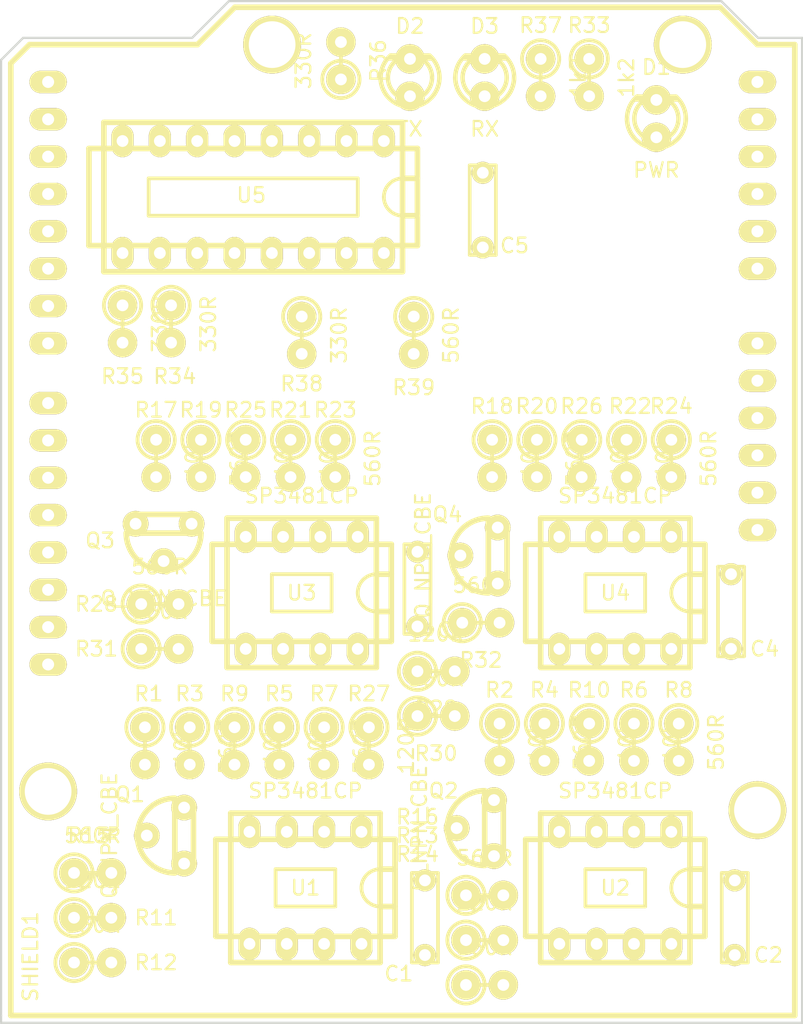
<source format=kicad_pcb>
(kicad_pcb (version 4) (host pcbnew 4.0.6)

  (general
    (links 117)
    (no_connects 117)
    (area 55.924999 70.924999 110.575001 140.575001)
    (thickness 1.6)
    (drawings 10)
    (tracks 0)
    (zones 0)
    (modules 57)
    (nets 66)
  )

  (page A4)
  (layers
    (0 F.Cu signal)
    (31 B.Cu signal)
    (32 B.Adhes user)
    (33 F.Adhes user)
    (34 B.Paste user)
    (35 F.Paste user)
    (36 B.SilkS user)
    (37 F.SilkS user)
    (38 B.Mask user)
    (39 F.Mask user)
    (40 Dwgs.User user)
    (41 Cmts.User user)
    (42 Eco1.User user)
    (43 Eco2.User user)
    (44 Edge.Cuts user)
    (45 Margin user)
    (46 B.CrtYd user)
    (47 F.CrtYd user)
    (48 B.Fab user)
    (49 F.Fab user)
  )

  (setup
    (last_trace_width 0.25)
    (trace_clearance 0.2)
    (zone_clearance 0.508)
    (zone_45_only no)
    (trace_min 0.2)
    (segment_width 0.2)
    (edge_width 0.15)
    (via_size 0.6)
    (via_drill 0.4)
    (via_min_size 0.4)
    (via_min_drill 0.3)
    (uvia_size 0.3)
    (uvia_drill 0.1)
    (uvias_allowed no)
    (uvia_min_size 0.2)
    (uvia_min_drill 0.1)
    (pcb_text_width 0.3)
    (pcb_text_size 1.5 1.5)
    (mod_edge_width 0.15)
    (mod_text_size 1 1)
    (mod_text_width 0.15)
    (pad_size 1.524 1.524)
    (pad_drill 0.762)
    (pad_to_mask_clearance 0.2)
    (aux_axis_origin 0 0)
    (visible_elements FFFEFF7F)
    (pcbplotparams
      (layerselection 0x00030_80000001)
      (usegerberextensions false)
      (excludeedgelayer true)
      (linewidth 0.100000)
      (plotframeref false)
      (viasonmask false)
      (mode 1)
      (useauxorigin false)
      (hpglpennumber 1)
      (hpglpenspeed 20)
      (hpglpendiameter 15)
      (hpglpenoverlay 2)
      (psnegative false)
      (psa4output false)
      (plotreference true)
      (plotvalue true)
      (plotinvisibletext false)
      (padsonsilk false)
      (subtractmaskfromsilk false)
      (outputformat 1)
      (mirror false)
      (drillshape 1)
      (scaleselection 1)
      (outputdirectory ""))
  )

  (net 0 "")
  (net 1 VDD)
  (net 2 GND)
  (net 3 "Net-(D1-Pad2)")
  (net 4 "Net-(D2-Pad1)")
  (net 5 "Net-(D2-Pad2)")
  (net 6 "Net-(D3-Pad1)")
  (net 7 "Net-(D3-Pad2)")
  (net 8 "Net-(Q1-Pad2)")
  (net 9 "Net-(R1-Pad2)")
  (net 10 "Net-(Q2-Pad2)")
  (net 11 "Net-(R2-Pad2)")
  (net 12 "Net-(R3-Pad2)")
  (net 13 "Net-(R10-Pad1)")
  (net 14 "Net-(R7-Pad1)")
  (net 15 "Net-(R7-Pad2)")
  (net 16 "Net-(R8-Pad1)")
  (net 17 "Net-(R8-Pad2)")
  (net 18 "Net-(R11-Pad1)")
  (net 19 "Net-(R11-Pad2)")
  (net 20 "Net-(R13-Pad1)")
  (net 21 "Net-(R13-Pad2)")
  (net 22 "Net-(Q3-Pad2)")
  (net 23 "Net-(R17-Pad2)")
  (net 24 "Net-(Q4-Pad2)")
  (net 25 "Net-(R18-Pad2)")
  (net 26 "Net-(R19-Pad2)")
  (net 27 "Net-(R20-Pad2)")
  (net 28 "Net-(R23-Pad1)")
  (net 29 "Net-(R23-Pad2)")
  (net 30 "Net-(R24-Pad1)")
  (net 31 "Net-(R24-Pad2)")
  (net 32 "Net-(R27-Pad1)")
  (net 33 "Net-(R27-Pad2)")
  (net 34 "Net-(R29-Pad1)")
  (net 35 "Net-(R29-Pad2)")
  (net 36 "Net-(R34-Pad1)")
  (net 37 "Net-(R34-Pad2)")
  (net 38 "Net-(R35-Pad1)")
  (net 39 "Net-(R35-Pad2)")
  (net 40 "Net-(R36-Pad1)")
  (net 41 "Net-(R38-Pad2)")
  (net 42 "Net-(SHIELD1-PadAD5)")
  (net 43 "Net-(SHIELD1-PadAD4)")
  (net 44 "Net-(SHIELD1-PadAD3)")
  (net 45 "Net-(SHIELD1-PadAD2)")
  (net 46 "Net-(SHIELD1-PadV_IN)")
  (net 47 "Net-(SHIELD1-Pad3V3)")
  (net 48 "Net-(SHIELD1-PadRST)")
  (net 49 "Net-(SHIELD1-Pad2)")
  (net 50 "Net-(SHIELD1-Pad3)")
  (net 51 "Net-(SHIELD1-Pad4)")
  (net 52 "Net-(SHIELD1-Pad5)")
  (net 53 "Net-(SHIELD1-Pad6)")
  (net 54 "Net-(SHIELD1-Pad7)")
  (net 55 "Net-(SHIELD1-Pad8)")
  (net 56 "Net-(SHIELD1-Pad9)")
  (net 57 "Net-(SHIELD1-Pad10)")
  (net 58 "Net-(SHIELD1-Pad11)")
  (net 59 "Net-(SHIELD1-Pad12)")
  (net 60 "Net-(SHIELD1-Pad13)")
  (net 61 "Net-(SHIELD1-PadAREF)")
  (net 62 "Net-(Q1-Pad3)")
  (net 63 "Net-(Q2-Pad3)")
  (net 64 "Net-(Q3-Pad3)")
  (net 65 "Net-(Q4-Pad3)")

  (net_class Default "Esta é a classe de net default."
    (clearance 0.2)
    (trace_width 0.25)
    (via_dia 0.6)
    (via_drill 0.4)
    (uvia_dia 0.3)
    (uvia_drill 0.1)
    (add_net GND)
    (add_net "Net-(D1-Pad2)")
    (add_net "Net-(D2-Pad1)")
    (add_net "Net-(D2-Pad2)")
    (add_net "Net-(D3-Pad1)")
    (add_net "Net-(D3-Pad2)")
    (add_net "Net-(Q1-Pad2)")
    (add_net "Net-(Q1-Pad3)")
    (add_net "Net-(Q2-Pad2)")
    (add_net "Net-(Q2-Pad3)")
    (add_net "Net-(Q3-Pad2)")
    (add_net "Net-(Q3-Pad3)")
    (add_net "Net-(Q4-Pad2)")
    (add_net "Net-(Q4-Pad3)")
    (add_net "Net-(R1-Pad2)")
    (add_net "Net-(R10-Pad1)")
    (add_net "Net-(R11-Pad1)")
    (add_net "Net-(R11-Pad2)")
    (add_net "Net-(R13-Pad1)")
    (add_net "Net-(R13-Pad2)")
    (add_net "Net-(R17-Pad2)")
    (add_net "Net-(R18-Pad2)")
    (add_net "Net-(R19-Pad2)")
    (add_net "Net-(R2-Pad2)")
    (add_net "Net-(R20-Pad2)")
    (add_net "Net-(R23-Pad1)")
    (add_net "Net-(R23-Pad2)")
    (add_net "Net-(R24-Pad1)")
    (add_net "Net-(R24-Pad2)")
    (add_net "Net-(R27-Pad1)")
    (add_net "Net-(R27-Pad2)")
    (add_net "Net-(R29-Pad1)")
    (add_net "Net-(R29-Pad2)")
    (add_net "Net-(R3-Pad2)")
    (add_net "Net-(R34-Pad1)")
    (add_net "Net-(R34-Pad2)")
    (add_net "Net-(R35-Pad1)")
    (add_net "Net-(R35-Pad2)")
    (add_net "Net-(R36-Pad1)")
    (add_net "Net-(R38-Pad2)")
    (add_net "Net-(R7-Pad1)")
    (add_net "Net-(R7-Pad2)")
    (add_net "Net-(R8-Pad1)")
    (add_net "Net-(R8-Pad2)")
    (add_net "Net-(SHIELD1-Pad10)")
    (add_net "Net-(SHIELD1-Pad11)")
    (add_net "Net-(SHIELD1-Pad12)")
    (add_net "Net-(SHIELD1-Pad13)")
    (add_net "Net-(SHIELD1-Pad2)")
    (add_net "Net-(SHIELD1-Pad3)")
    (add_net "Net-(SHIELD1-Pad3V3)")
    (add_net "Net-(SHIELD1-Pad4)")
    (add_net "Net-(SHIELD1-Pad5)")
    (add_net "Net-(SHIELD1-Pad6)")
    (add_net "Net-(SHIELD1-Pad7)")
    (add_net "Net-(SHIELD1-Pad8)")
    (add_net "Net-(SHIELD1-Pad9)")
    (add_net "Net-(SHIELD1-PadAD2)")
    (add_net "Net-(SHIELD1-PadAD3)")
    (add_net "Net-(SHIELD1-PadAD4)")
    (add_net "Net-(SHIELD1-PadAD5)")
    (add_net "Net-(SHIELD1-PadAREF)")
    (add_net "Net-(SHIELD1-PadRST)")
    (add_net "Net-(SHIELD1-PadV_IN)")
    (add_net VDD)
  )

  (module w_capacitors:cnp_6mm_disc (layer F.Cu) (tedit 59F214A4) (tstamp 59F20DD0)
    (at 84.836 133.35 90)
    (descr "6mm disc ceramic capacitor")
    (tags C)
    (path /59F2BE6D)
    (fp_text reference C1 (at -3.81 -1.778 180) (layer F.SilkS)
      (effects (font (size 1 1) (thickness 0.15)))
    )
    (fp_text value 100nF (at 0 -2.286 90) (layer F.SilkS) hide
      (effects (font (size 1 1) (thickness 0.15)))
    )
    (fp_line (start -3.048 -0.889) (end -3.048 0.889) (layer F.SilkS) (width 0.24892))
    (fp_line (start -3.048 0.889) (end 3.048 0.889) (layer F.SilkS) (width 0.24892))
    (fp_line (start 3.048 0.889) (end 3.048 -0.889) (layer F.SilkS) (width 0.24892))
    (fp_line (start 3.048 -0.889) (end -3.048 -0.889) (layer F.SilkS) (width 0.24892))
    (pad 1 thru_hole circle (at -2.54 0 90) (size 1.50114 1.50114) (drill 0.8001) (layers *.Cu *.Mask F.SilkS)
      (net 1 VDD))
    (pad 2 thru_hole circle (at 2.54 0 90) (size 1.50114 1.50114) (drill 0.8001) (layers *.Cu *.Mask F.SilkS)
      (net 2 GND))
    (model walter/capacitors/cnp_6mm_disc.wrl
      (at (xyz 0 0 0))
      (scale (xyz 1 1 1))
      (rotate (xyz 0 0 0))
    )
  )

  (module w_capacitors:cnp_6mm_disc (layer F.Cu) (tedit 59F21367) (tstamp 59F20DDA)
    (at 105.918 133.35 90)
    (descr "6mm disc ceramic capacitor")
    (tags C)
    (path /59F2EBA8)
    (fp_text reference C2 (at -2.54 2.286 180) (layer F.SilkS)
      (effects (font (size 1 1) (thickness 0.15)))
    )
    (fp_text value 100nF (at 0 -2.286 90) (layer F.SilkS) hide
      (effects (font (size 1 1) (thickness 0.15)))
    )
    (fp_line (start -3.048 -0.889) (end -3.048 0.889) (layer F.SilkS) (width 0.24892))
    (fp_line (start -3.048 0.889) (end 3.048 0.889) (layer F.SilkS) (width 0.24892))
    (fp_line (start 3.048 0.889) (end 3.048 -0.889) (layer F.SilkS) (width 0.24892))
    (fp_line (start 3.048 -0.889) (end -3.048 -0.889) (layer F.SilkS) (width 0.24892))
    (pad 1 thru_hole circle (at -2.54 0 90) (size 1.50114 1.50114) (drill 0.8001) (layers *.Cu *.Mask F.SilkS)
      (net 1 VDD))
    (pad 2 thru_hole circle (at 2.54 0 90) (size 1.50114 1.50114) (drill 0.8001) (layers *.Cu *.Mask F.SilkS)
      (net 2 GND))
    (model walter/capacitors/cnp_6mm_disc.wrl
      (at (xyz 0 0 0))
      (scale (xyz 1 1 1))
      (rotate (xyz 0 0 0))
    )
  )

  (module w_capacitors:cnp_6mm_disc (layer F.Cu) (tedit 59F20676) (tstamp 59F20DE4)
    (at 84.328 110.998 270)
    (descr "6mm disc ceramic capacitor")
    (tags C)
    (path /59F1EFE2)
    (fp_text reference C3 (at 2.794 -2.286 360) (layer F.SilkS)
      (effects (font (size 1 1) (thickness 0.15)))
    )
    (fp_text value 100nF (at 0 -2.286 270) (layer F.SilkS) hide
      (effects (font (size 1 1) (thickness 0.15)))
    )
    (fp_line (start -3.048 -0.889) (end -3.048 0.889) (layer F.SilkS) (width 0.24892))
    (fp_line (start -3.048 0.889) (end 3.048 0.889) (layer F.SilkS) (width 0.24892))
    (fp_line (start 3.048 0.889) (end 3.048 -0.889) (layer F.SilkS) (width 0.24892))
    (fp_line (start 3.048 -0.889) (end -3.048 -0.889) (layer F.SilkS) (width 0.24892))
    (pad 1 thru_hole circle (at -2.54 0 270) (size 1.50114 1.50114) (drill 0.8001) (layers *.Cu *.Mask F.SilkS)
      (net 1 VDD))
    (pad 2 thru_hole circle (at 2.54 0 270) (size 1.50114 1.50114) (drill 0.8001) (layers *.Cu *.Mask F.SilkS)
      (net 2 GND))
    (model walter/capacitors/cnp_6mm_disc.wrl
      (at (xyz 0 0 0))
      (scale (xyz 1 1 1))
      (rotate (xyz 0 0 0))
    )
  )

  (module w_capacitors:cnp_6mm_disc (layer F.Cu) (tedit 59F20694) (tstamp 59F20DEE)
    (at 105.664 112.522 90)
    (descr "6mm disc ceramic capacitor")
    (tags C)
    (path /59F28082)
    (fp_text reference C4 (at -2.54 2.286 180) (layer F.SilkS)
      (effects (font (size 1 1) (thickness 0.15)))
    )
    (fp_text value 100nF (at 0 -2.286 90) (layer F.SilkS) hide
      (effects (font (size 1 1) (thickness 0.15)))
    )
    (fp_line (start -3.048 -0.889) (end -3.048 0.889) (layer F.SilkS) (width 0.24892))
    (fp_line (start -3.048 0.889) (end 3.048 0.889) (layer F.SilkS) (width 0.24892))
    (fp_line (start 3.048 0.889) (end 3.048 -0.889) (layer F.SilkS) (width 0.24892))
    (fp_line (start 3.048 -0.889) (end -3.048 -0.889) (layer F.SilkS) (width 0.24892))
    (pad 1 thru_hole circle (at -2.54 0 90) (size 1.50114 1.50114) (drill 0.8001) (layers *.Cu *.Mask F.SilkS)
      (net 1 VDD))
    (pad 2 thru_hole circle (at 2.54 0 90) (size 1.50114 1.50114) (drill 0.8001) (layers *.Cu *.Mask F.SilkS)
      (net 2 GND))
    (model walter/capacitors/cnp_6mm_disc.wrl
      (at (xyz 0 0 0))
      (scale (xyz 1 1 1))
      (rotate (xyz 0 0 0))
    )
  )

  (module w_capacitors:cnp_6mm_disc (layer F.Cu) (tedit 59F21025) (tstamp 59F20DF8)
    (at 88.773 85.217 90)
    (descr "6mm disc ceramic capacitor")
    (tags C)
    (path /59F1DCD9)
    (fp_text reference C5 (at -2.413 2.159 180) (layer F.SilkS)
      (effects (font (size 1 1) (thickness 0.15)))
    )
    (fp_text value 100nF (at 0 -2.286 90) (layer F.SilkS) hide
      (effects (font (size 1 1) (thickness 0.15)))
    )
    (fp_line (start -3.048 -0.889) (end -3.048 0.889) (layer F.SilkS) (width 0.24892))
    (fp_line (start -3.048 0.889) (end 3.048 0.889) (layer F.SilkS) (width 0.24892))
    (fp_line (start 3.048 0.889) (end 3.048 -0.889) (layer F.SilkS) (width 0.24892))
    (fp_line (start 3.048 -0.889) (end -3.048 -0.889) (layer F.SilkS) (width 0.24892))
    (pad 1 thru_hole circle (at -2.54 0 90) (size 1.50114 1.50114) (drill 0.8001) (layers *.Cu *.Mask F.SilkS)
      (net 1 VDD))
    (pad 2 thru_hole circle (at 2.54 0 90) (size 1.50114 1.50114) (drill 0.8001) (layers *.Cu *.Mask F.SilkS)
      (net 2 GND))
    (model walter/capacitors/cnp_6mm_disc.wrl
      (at (xyz 0 0 0))
      (scale (xyz 1 1 1))
      (rotate (xyz 0 0 0))
    )
  )

  (module w_indicators:led_3mm_red (layer F.Cu) (tedit 532D9AC8) (tstamp 59F20E12)
    (at 83.82 76.2 180)
    (descr "3mm red led")
    (tags led)
    (path /59F3F352)
    (fp_text reference D2 (at 0 3.5 180) (layer F.SilkS)
      (effects (font (size 1 1) (thickness 0.15)))
    )
    (fp_text value TX (at 0 -3.5 180) (layer F.SilkS)
      (effects (font (size 1 1) (thickness 0.15)))
    )
    (fp_arc (start 0 0) (end 1.50876 -1.31064) (angle 90) (layer F.SilkS) (width 0.29972))
    (fp_arc (start 0 0) (end -1.33096 1.50114) (angle 90) (layer F.SilkS) (width 0.29972))
    (fp_arc (start 0 0) (end 0 -1.99898) (angle 90) (layer F.SilkS) (width 0.29972))
    (fp_arc (start 0 0) (end -1.99898 0) (angle 90) (layer F.SilkS) (width 0.29972))
    (fp_line (start -1.50114 1.30048) (end 1.50114 1.30048) (layer F.SilkS) (width 0.29972))
    (fp_line (start -1.30048 1.50114) (end 1.30048 1.50114) (layer F.SilkS) (width 0.29972))
    (fp_circle (center 0 0) (end -1.50114 0) (layer F.SilkS) (width 0.29972))
    (pad 1 thru_hole circle (at 0 -1.27 180) (size 1.99898 1.99898) (drill 0.8001) (layers *.Cu *.Mask F.SilkS)
      (net 4 "Net-(D2-Pad1)"))
    (pad 2 thru_hole circle (at 0 1.27 180) (size 1.99898 1.99898) (drill 0.8001) (layers *.Cu *.Mask F.SilkS)
      (net 5 "Net-(D2-Pad2)"))
    (model walter/indicators/led_3mm_red.wrl
      (at (xyz 0 0 0))
      (scale (xyz 1 1 1))
      (rotate (xyz 0 0 0))
    )
  )

  (module w_indicators:led_3mm_clear (layer F.Cu) (tedit 532D9ABA) (tstamp 59F20E1F)
    (at 88.9 76.2 180)
    (descr "3mm clear led")
    (tags led)
    (path /59F40C56)
    (fp_text reference D3 (at 0 3.5 180) (layer F.SilkS)
      (effects (font (size 1 1) (thickness 0.15)))
    )
    (fp_text value RX (at 0 -3.5 180) (layer F.SilkS)
      (effects (font (size 1 1) (thickness 0.15)))
    )
    (fp_arc (start 0 0) (end 1.50876 -1.31064) (angle 90) (layer F.SilkS) (width 0.29972))
    (fp_arc (start 0 0) (end -1.33096 1.50114) (angle 90) (layer F.SilkS) (width 0.29972))
    (fp_arc (start 0 0) (end 0 -1.99898) (angle 90) (layer F.SilkS) (width 0.29972))
    (fp_arc (start 0 0) (end -1.99898 0) (angle 90) (layer F.SilkS) (width 0.29972))
    (fp_line (start -1.50114 1.30048) (end 1.50114 1.30048) (layer F.SilkS) (width 0.29972))
    (fp_line (start -1.30048 1.50114) (end 1.30048 1.50114) (layer F.SilkS) (width 0.29972))
    (fp_circle (center 0 0) (end -1.50114 0) (layer F.SilkS) (width 0.29972))
    (pad 1 thru_hole circle (at 0 -1.27 180) (size 1.99898 1.99898) (drill 0.8001) (layers *.Cu *.Mask F.SilkS)
      (net 6 "Net-(D3-Pad1)"))
    (pad 2 thru_hole circle (at 0 1.27 180) (size 1.99898 1.99898) (drill 0.8001) (layers *.Cu *.Mask F.SilkS)
      (net 7 "Net-(D3-Pad2)"))
    (model walter/indicators/led_3mm_clear.wrl
      (at (xyz 0 0 0))
      (scale (xyz 1 1 1))
      (rotate (xyz 0 0 0))
    )
  )

  (module w_pth_resistors:rc05_vert (layer F.Cu) (tedit 59F20719) (tstamp 59F20E27)
    (at 65.786 121.666 270)
    (descr "Resistor, RC05 vertical")
    (path /59F2BEDA)
    (fp_text reference R1 (at -3.556 -0.254 360) (layer F.SilkS)
      (effects (font (size 1 1) (thickness 0.15)))
    )
    (fp_text value 10k (at 0 -2.54 270) (layer F.SilkS)
      (effects (font (size 1 1) (thickness 0.15)))
    )
    (fp_line (start -1.27 0) (end 1.27 0) (layer F.SilkS) (width 0.254))
    (fp_circle (center -1.27 0) (end 0 0) (layer F.SilkS) (width 0.254))
    (pad 1 thru_hole circle (at -1.27 0 270) (size 1.99898 1.99898) (drill 0.8001) (layers *.Cu *.Mask F.SilkS)
      (net 8 "Net-(Q1-Pad2)"))
    (pad 2 thru_hole circle (at 1.27 0 270) (size 1.99898 1.99898) (drill 0.8001) (layers *.Cu *.Mask F.SilkS)
      (net 9 "Net-(R1-Pad2)"))
    (model walter/pth_resistors/rc05vert.wrl
      (at (xyz 0 0 0))
      (scale (xyz 1 1 1))
      (rotate (xyz 0 0 0))
    )
  )

  (module w_pth_resistors:rc05_vert (layer F.Cu) (tedit 59F214B2) (tstamp 59F20E2F)
    (at 89.916 121.412 270)
    (descr "Resistor, RC05 vertical")
    (path /59F2EC15)
    (fp_text reference R2 (at -3.556 0 360) (layer F.SilkS)
      (effects (font (size 1 1) (thickness 0.15)))
    )
    (fp_text value 10k (at 0 -2.54 270) (layer F.SilkS)
      (effects (font (size 1 1) (thickness 0.15)))
    )
    (fp_line (start -1.27 0) (end 1.27 0) (layer F.SilkS) (width 0.254))
    (fp_circle (center -1.27 0) (end 0 0) (layer F.SilkS) (width 0.254))
    (pad 1 thru_hole circle (at -1.27 0 270) (size 1.99898 1.99898) (drill 0.8001) (layers *.Cu *.Mask F.SilkS)
      (net 10 "Net-(Q2-Pad2)"))
    (pad 2 thru_hole circle (at 1.27 0 270) (size 1.99898 1.99898) (drill 0.8001) (layers *.Cu *.Mask F.SilkS)
      (net 11 "Net-(R2-Pad2)"))
    (model walter/pth_resistors/rc05vert.wrl
      (at (xyz 0 0 0))
      (scale (xyz 1 1 1))
      (rotate (xyz 0 0 0))
    )
  )

  (module w_pth_resistors:rc05_vert (layer F.Cu) (tedit 59F206F4) (tstamp 59F20E37)
    (at 68.834 121.666 270)
    (descr "Resistor, RC05 vertical")
    (path /59F2BE90)
    (fp_text reference R3 (at -3.556 0 360) (layer F.SilkS)
      (effects (font (size 1 1) (thickness 0.15)))
    )
    (fp_text value 560R (at 0 -2.54 270) (layer F.SilkS)
      (effects (font (size 1 1) (thickness 0.15)))
    )
    (fp_line (start -1.27 0) (end 1.27 0) (layer F.SilkS) (width 0.254))
    (fp_circle (center -1.27 0) (end 0 0) (layer F.SilkS) (width 0.254))
    (pad 1 thru_hole circle (at -1.27 0 270) (size 1.99898 1.99898) (drill 0.8001) (layers *.Cu *.Mask F.SilkS)
      (net 9 "Net-(R1-Pad2)"))
    (pad 2 thru_hole circle (at 1.27 0 270) (size 1.99898 1.99898) (drill 0.8001) (layers *.Cu *.Mask F.SilkS)
      (net 12 "Net-(R3-Pad2)"))
    (model walter/pth_resistors/rc05vert.wrl
      (at (xyz 0 0 0))
      (scale (xyz 1 1 1))
      (rotate (xyz 0 0 0))
    )
  )

  (module w_pth_resistors:rc05_vert (layer F.Cu) (tedit 59F214BD) (tstamp 59F20E3F)
    (at 92.964 121.412 270)
    (descr "Resistor, RC05 vertical")
    (path /59F2EBCB)
    (fp_text reference R4 (at -3.556 0 360) (layer F.SilkS)
      (effects (font (size 1 1) (thickness 0.15)))
    )
    (fp_text value 560R (at 0 -2.54 270) (layer F.SilkS)
      (effects (font (size 1 1) (thickness 0.15)))
    )
    (fp_line (start -1.27 0) (end 1.27 0) (layer F.SilkS) (width 0.254))
    (fp_circle (center -1.27 0) (end 0 0) (layer F.SilkS) (width 0.254))
    (pad 1 thru_hole circle (at -1.27 0 270) (size 1.99898 1.99898) (drill 0.8001) (layers *.Cu *.Mask F.SilkS)
      (net 11 "Net-(R2-Pad2)"))
    (pad 2 thru_hole circle (at 1.27 0 270) (size 1.99898 1.99898) (drill 0.8001) (layers *.Cu *.Mask F.SilkS)
      (net 13 "Net-(R10-Pad1)"))
    (model walter/pth_resistors/rc05vert.wrl
      (at (xyz 0 0 0))
      (scale (xyz 1 1 1))
      (rotate (xyz 0 0 0))
    )
  )

  (module w_pth_resistors:rc05_vert (layer F.Cu) (tedit 59F206FC) (tstamp 59F20E47)
    (at 74.93 121.666 270)
    (descr "Resistor, RC05 vertical")
    (path /59F2BE84)
    (fp_text reference R5 (at -3.556 0 360) (layer F.SilkS)
      (effects (font (size 1 1) (thickness 0.15)))
    )
    (fp_text value 10k (at 0 -2.54 270) (layer F.SilkS)
      (effects (font (size 1 1) (thickness 0.15)))
    )
    (fp_line (start -1.27 0) (end 1.27 0) (layer F.SilkS) (width 0.254))
    (fp_circle (center -1.27 0) (end 0 0) (layer F.SilkS) (width 0.254))
    (pad 1 thru_hole circle (at -1.27 0 270) (size 1.99898 1.99898) (drill 0.8001) (layers *.Cu *.Mask F.SilkS)
      (net 1 VDD))
    (pad 2 thru_hole circle (at 1.27 0 270) (size 1.99898 1.99898) (drill 0.8001) (layers *.Cu *.Mask F.SilkS)
      (net 62 "Net-(Q1-Pad3)"))
    (model walter/pth_resistors/rc05vert.wrl
      (at (xyz 0 0 0))
      (scale (xyz 1 1 1))
      (rotate (xyz 0 0 0))
    )
  )

  (module w_pth_resistors:rc05_vert (layer F.Cu) (tedit 59F214C6) (tstamp 59F20E4F)
    (at 99.06 121.412 270)
    (descr "Resistor, RC05 vertical")
    (path /59F2EBBF)
    (fp_text reference R6 (at -3.556 0 360) (layer F.SilkS)
      (effects (font (size 1 1) (thickness 0.15)))
    )
    (fp_text value 10k (at 0 -2.54 270) (layer F.SilkS)
      (effects (font (size 1 1) (thickness 0.15)))
    )
    (fp_line (start -1.27 0) (end 1.27 0) (layer F.SilkS) (width 0.254))
    (fp_circle (center -1.27 0) (end 0 0) (layer F.SilkS) (width 0.254))
    (pad 1 thru_hole circle (at -1.27 0 270) (size 1.99898 1.99898) (drill 0.8001) (layers *.Cu *.Mask F.SilkS)
      (net 1 VDD))
    (pad 2 thru_hole circle (at 1.27 0 270) (size 1.99898 1.99898) (drill 0.8001) (layers *.Cu *.Mask F.SilkS)
      (net 63 "Net-(Q2-Pad3)"))
    (model walter/pth_resistors/rc05vert.wrl
      (at (xyz 0 0 0))
      (scale (xyz 1 1 1))
      (rotate (xyz 0 0 0))
    )
  )

  (module w_pth_resistors:rc05_vert (layer F.Cu) (tedit 59F20707) (tstamp 59F20E57)
    (at 77.978 121.666 270)
    (descr "Resistor, RC05 vertical")
    (path /59F2BE5F)
    (fp_text reference R7 (at -3.556 0 360) (layer F.SilkS)
      (effects (font (size 1 1) (thickness 0.15)))
    )
    (fp_text value 560R (at 0 -2.54 270) (layer F.SilkS)
      (effects (font (size 1 1) (thickness 0.15)))
    )
    (fp_line (start -1.27 0) (end 1.27 0) (layer F.SilkS) (width 0.254))
    (fp_circle (center -1.27 0) (end 0 0) (layer F.SilkS) (width 0.254))
    (pad 1 thru_hole circle (at -1.27 0 270) (size 1.99898 1.99898) (drill 0.8001) (layers *.Cu *.Mask F.SilkS)
      (net 14 "Net-(R7-Pad1)"))
    (pad 2 thru_hole circle (at 1.27 0 270) (size 1.99898 1.99898) (drill 0.8001) (layers *.Cu *.Mask F.SilkS)
      (net 15 "Net-(R7-Pad2)"))
    (model walter/pth_resistors/rc05vert.wrl
      (at (xyz 0 0 0))
      (scale (xyz 1 1 1))
      (rotate (xyz 0 0 0))
    )
  )

  (module w_pth_resistors:rc05_vert (layer F.Cu) (tedit 59F214CA) (tstamp 59F20E5F)
    (at 102.108 121.412 270)
    (descr "Resistor, RC05 vertical")
    (path /59F2EB9A)
    (fp_text reference R8 (at -3.556 0 360) (layer F.SilkS)
      (effects (font (size 1 1) (thickness 0.15)))
    )
    (fp_text value 560R (at 0 -2.54 270) (layer F.SilkS)
      (effects (font (size 1 1) (thickness 0.15)))
    )
    (fp_line (start -1.27 0) (end 1.27 0) (layer F.SilkS) (width 0.254))
    (fp_circle (center -1.27 0) (end 0 0) (layer F.SilkS) (width 0.254))
    (pad 1 thru_hole circle (at -1.27 0 270) (size 1.99898 1.99898) (drill 0.8001) (layers *.Cu *.Mask F.SilkS)
      (net 16 "Net-(R8-Pad1)"))
    (pad 2 thru_hole circle (at 1.27 0 270) (size 1.99898 1.99898) (drill 0.8001) (layers *.Cu *.Mask F.SilkS)
      (net 17 "Net-(R8-Pad2)"))
    (model walter/pth_resistors/rc05vert.wrl
      (at (xyz 0 0 0))
      (scale (xyz 1 1 1))
      (rotate (xyz 0 0 0))
    )
  )

  (module w_pth_resistors:rc05_vert (layer F.Cu) (tedit 59F20745) (tstamp 59F20E67)
    (at 71.882 121.666 270)
    (descr "Resistor, RC05 vertical")
    (path /59F2BEEC)
    (fp_text reference R9 (at -3.556 0 360) (layer F.SilkS)
      (effects (font (size 1 1) (thickness 0.15)))
    )
    (fp_text value 10k (at 0 -2.54 270) (layer F.SilkS)
      (effects (font (size 1 1) (thickness 0.15)))
    )
    (fp_line (start -1.27 0) (end 1.27 0) (layer F.SilkS) (width 0.254))
    (fp_circle (center -1.27 0) (end 0 0) (layer F.SilkS) (width 0.254))
    (pad 1 thru_hole circle (at -1.27 0 270) (size 1.99898 1.99898) (drill 0.8001) (layers *.Cu *.Mask F.SilkS)
      (net 12 "Net-(R3-Pad2)"))
    (pad 2 thru_hole circle (at 1.27 0 270) (size 1.99898 1.99898) (drill 0.8001) (layers *.Cu *.Mask F.SilkS)
      (net 1 VDD))
    (model walter/pth_resistors/rc05vert.wrl
      (at (xyz 0 0 0))
      (scale (xyz 1 1 1))
      (rotate (xyz 0 0 0))
    )
  )

  (module w_pth_resistors:rc05_vert (layer F.Cu) (tedit 59F214BA) (tstamp 59F20E6F)
    (at 96.012 121.412 270)
    (descr "Resistor, RC05 vertical")
    (path /59F2EC24)
    (fp_text reference R10 (at -3.556 0 360) (layer F.SilkS)
      (effects (font (size 1 1) (thickness 0.15)))
    )
    (fp_text value 10k (at 0 -2.54 270) (layer F.SilkS)
      (effects (font (size 1 1) (thickness 0.15)))
    )
    (fp_line (start -1.27 0) (end 1.27 0) (layer F.SilkS) (width 0.254))
    (fp_circle (center -1.27 0) (end 0 0) (layer F.SilkS) (width 0.254))
    (pad 1 thru_hole circle (at -1.27 0 270) (size 1.99898 1.99898) (drill 0.8001) (layers *.Cu *.Mask F.SilkS)
      (net 13 "Net-(R10-Pad1)"))
    (pad 2 thru_hole circle (at 1.27 0 270) (size 1.99898 1.99898) (drill 0.8001) (layers *.Cu *.Mask F.SilkS)
      (net 1 VDD))
    (model walter/pth_resistors/rc05vert.wrl
      (at (xyz 0 0 0))
      (scale (xyz 1 1 1))
      (rotate (xyz 0 0 0))
    )
  )

  (module w_pth_resistors:rc05_vert (layer F.Cu) (tedit 59F21536) (tstamp 59F20E77)
    (at 62.23 133.35)
    (descr "Resistor, RC05 vertical")
    (path /59F2BEAE)
    (fp_text reference R11 (at 4.318 0) (layer F.SilkS)
      (effects (font (size 1 1) (thickness 0.15)))
    )
    (fp_text value 120R (at 0 -2.54) (layer F.SilkS)
      (effects (font (size 1 1) (thickness 0.15)))
    )
    (fp_line (start -1.27 0) (end 1.27 0) (layer F.SilkS) (width 0.254))
    (fp_circle (center -1.27 0) (end 0 0) (layer F.SilkS) (width 0.254))
    (pad 1 thru_hole circle (at -1.27 0) (size 1.99898 1.99898) (drill 0.8001) (layers *.Cu *.Mask F.SilkS)
      (net 18 "Net-(R11-Pad1)"))
    (pad 2 thru_hole circle (at 1.27 0) (size 1.99898 1.99898) (drill 0.8001) (layers *.Cu *.Mask F.SilkS)
      (net 19 "Net-(R11-Pad2)"))
    (model walter/pth_resistors/rc05vert.wrl
      (at (xyz 0 0 0))
      (scale (xyz 1 1 1))
      (rotate (xyz 0 0 0))
    )
  )

  (module w_pth_resistors:rc05_vert (layer F.Cu) (tedit 59F21533) (tstamp 59F20E7F)
    (at 62.23 136.398)
    (descr "Resistor, RC05 vertical")
    (path /59F2BEA0)
    (fp_text reference R12 (at 4.318 0) (layer F.SilkS)
      (effects (font (size 1 1) (thickness 0.15)))
    )
    (fp_text value 560R (at 0 -2.54) (layer F.SilkS)
      (effects (font (size 1 1) (thickness 0.15)))
    )
    (fp_line (start -1.27 0) (end 1.27 0) (layer F.SilkS) (width 0.254))
    (fp_circle (center -1.27 0) (end 0 0) (layer F.SilkS) (width 0.254))
    (pad 1 thru_hole circle (at -1.27 0) (size 1.99898 1.99898) (drill 0.8001) (layers *.Cu *.Mask F.SilkS)
      (net 19 "Net-(R11-Pad2)"))
    (pad 2 thru_hole circle (at 1.27 0) (size 1.99898 1.99898) (drill 0.8001) (layers *.Cu *.Mask F.SilkS)
      (net 2 GND))
    (model walter/pth_resistors/rc05vert.wrl
      (at (xyz 0 0 0))
      (scale (xyz 1 1 1))
      (rotate (xyz 0 0 0))
    )
  )

  (module w_pth_resistors:rc05_vert (layer F.Cu) (tedit 59F214DB) (tstamp 59F20E87)
    (at 88.9 134.874)
    (descr "Resistor, RC05 vertical")
    (path /59F2EBE9)
    (fp_text reference R13 (at -4.572 -7.112) (layer F.SilkS)
      (effects (font (size 1 1) (thickness 0.15)))
    )
    (fp_text value 120R (at 0 -2.54) (layer F.SilkS)
      (effects (font (size 1 1) (thickness 0.15)))
    )
    (fp_line (start -1.27 0) (end 1.27 0) (layer F.SilkS) (width 0.254))
    (fp_circle (center -1.27 0) (end 0 0) (layer F.SilkS) (width 0.254))
    (pad 1 thru_hole circle (at -1.27 0) (size 1.99898 1.99898) (drill 0.8001) (layers *.Cu *.Mask F.SilkS)
      (net 20 "Net-(R13-Pad1)"))
    (pad 2 thru_hole circle (at 1.27 0) (size 1.99898 1.99898) (drill 0.8001) (layers *.Cu *.Mask F.SilkS)
      (net 21 "Net-(R13-Pad2)"))
    (model walter/pth_resistors/rc05vert.wrl
      (at (xyz 0 0 0))
      (scale (xyz 1 1 1))
      (rotate (xyz 0 0 0))
    )
  )

  (module w_pth_resistors:rc05_vert (layer F.Cu) (tedit 59F214DE) (tstamp 59F20E8F)
    (at 88.9 137.922)
    (descr "Resistor, RC05 vertical")
    (path /59F2EBDB)
    (fp_text reference R14 (at -4.572 -8.89) (layer F.SilkS)
      (effects (font (size 1 1) (thickness 0.15)))
    )
    (fp_text value 560R (at 0 -2.54) (layer F.SilkS)
      (effects (font (size 1 1) (thickness 0.15)))
    )
    (fp_line (start -1.27 0) (end 1.27 0) (layer F.SilkS) (width 0.254))
    (fp_circle (center -1.27 0) (end 0 0) (layer F.SilkS) (width 0.254))
    (pad 1 thru_hole circle (at -1.27 0) (size 1.99898 1.99898) (drill 0.8001) (layers *.Cu *.Mask F.SilkS)
      (net 21 "Net-(R13-Pad2)"))
    (pad 2 thru_hole circle (at 1.27 0) (size 1.99898 1.99898) (drill 0.8001) (layers *.Cu *.Mask F.SilkS)
      (net 2 GND))
    (model walter/pth_resistors/rc05vert.wrl
      (at (xyz 0 0 0))
      (scale (xyz 1 1 1))
      (rotate (xyz 0 0 0))
    )
  )

  (module w_pth_resistors:rc05_vert (layer F.Cu) (tedit 59F2153A) (tstamp 59F20E97)
    (at 62.23 130.302)
    (descr "Resistor, RC05 vertical")
    (path /59F2BEB5)
    (fp_text reference R15 (at -0.254 -2.54) (layer F.SilkS)
      (effects (font (size 1 1) (thickness 0.15)))
    )
    (fp_text value 560R (at 0 -2.54) (layer F.SilkS)
      (effects (font (size 1 1) (thickness 0.15)))
    )
    (fp_line (start -1.27 0) (end 1.27 0) (layer F.SilkS) (width 0.254))
    (fp_circle (center -1.27 0) (end 0 0) (layer F.SilkS) (width 0.254))
    (pad 1 thru_hole circle (at -1.27 0) (size 1.99898 1.99898) (drill 0.8001) (layers *.Cu *.Mask F.SilkS)
      (net 1 VDD))
    (pad 2 thru_hole circle (at 1.27 0) (size 1.99898 1.99898) (drill 0.8001) (layers *.Cu *.Mask F.SilkS)
      (net 18 "Net-(R11-Pad1)"))
    (model walter/pth_resistors/rc05vert.wrl
      (at (xyz 0 0 0))
      (scale (xyz 1 1 1))
      (rotate (xyz 0 0 0))
    )
  )

  (module w_pth_resistors:rc05_vert (layer F.Cu) (tedit 59F214D6) (tstamp 59F20E9F)
    (at 88.9 131.826)
    (descr "Resistor, RC05 vertical")
    (path /59F2EBF0)
    (fp_text reference R16 (at -4.572 -5.334) (layer F.SilkS)
      (effects (font (size 1 1) (thickness 0.15)))
    )
    (fp_text value 560R (at 0 -2.54) (layer F.SilkS)
      (effects (font (size 1 1) (thickness 0.15)))
    )
    (fp_line (start -1.27 0) (end 1.27 0) (layer F.SilkS) (width 0.254))
    (fp_circle (center -1.27 0) (end 0 0) (layer F.SilkS) (width 0.254))
    (pad 1 thru_hole circle (at -1.27 0) (size 1.99898 1.99898) (drill 0.8001) (layers *.Cu *.Mask F.SilkS)
      (net 1 VDD))
    (pad 2 thru_hole circle (at 1.27 0) (size 1.99898 1.99898) (drill 0.8001) (layers *.Cu *.Mask F.SilkS)
      (net 20 "Net-(R13-Pad1)"))
    (model walter/pth_resistors/rc05vert.wrl
      (at (xyz 0 0 0))
      (scale (xyz 1 1 1))
      (rotate (xyz 0 0 0))
    )
  )

  (module w_pth_resistors:rc05_vert (layer F.Cu) (tedit 59F2062C) (tstamp 59F20EA7)
    (at 66.548 102.108 270)
    (descr "Resistor, RC05 vertical")
    (path /59F22B80)
    (fp_text reference R17 (at -3.302 0 360) (layer F.SilkS)
      (effects (font (size 1 1) (thickness 0.15)))
    )
    (fp_text value 10k (at 0 -2.54 270) (layer F.SilkS)
      (effects (font (size 1 1) (thickness 0.15)))
    )
    (fp_line (start -1.27 0) (end 1.27 0) (layer F.SilkS) (width 0.254))
    (fp_circle (center -1.27 0) (end 0 0) (layer F.SilkS) (width 0.254))
    (pad 1 thru_hole circle (at -1.27 0 270) (size 1.99898 1.99898) (drill 0.8001) (layers *.Cu *.Mask F.SilkS)
      (net 22 "Net-(Q3-Pad2)"))
    (pad 2 thru_hole circle (at 1.27 0 270) (size 1.99898 1.99898) (drill 0.8001) (layers *.Cu *.Mask F.SilkS)
      (net 23 "Net-(R17-Pad2)"))
    (model walter/pth_resistors/rc05vert.wrl
      (at (xyz 0 0 0))
      (scale (xyz 1 1 1))
      (rotate (xyz 0 0 0))
    )
  )

  (module w_pth_resistors:rc05_vert (layer F.Cu) (tedit 59F2065E) (tstamp 59F20EAF)
    (at 89.408 102.108 270)
    (descr "Resistor, RC05 vertical")
    (path /59F280F0)
    (fp_text reference R18 (at -3.556 0 360) (layer F.SilkS)
      (effects (font (size 1 1) (thickness 0.15)))
    )
    (fp_text value 10k (at 0 -2.54 270) (layer F.SilkS)
      (effects (font (size 1 1) (thickness 0.15)))
    )
    (fp_line (start -1.27 0) (end 1.27 0) (layer F.SilkS) (width 0.254))
    (fp_circle (center -1.27 0) (end 0 0) (layer F.SilkS) (width 0.254))
    (pad 1 thru_hole circle (at -1.27 0 270) (size 1.99898 1.99898) (drill 0.8001) (layers *.Cu *.Mask F.SilkS)
      (net 24 "Net-(Q4-Pad2)"))
    (pad 2 thru_hole circle (at 1.27 0 270) (size 1.99898 1.99898) (drill 0.8001) (layers *.Cu *.Mask F.SilkS)
      (net 25 "Net-(R18-Pad2)"))
    (model walter/pth_resistors/rc05vert.wrl
      (at (xyz 0 0 0))
      (scale (xyz 1 1 1))
      (rotate (xyz 0 0 0))
    )
  )

  (module w_pth_resistors:rc05_vert (layer F.Cu) (tedit 59F20630) (tstamp 59F20EB7)
    (at 69.596 102.108 270)
    (descr "Resistor, RC05 vertical")
    (path /59F1F9F6)
    (fp_text reference R19 (at -3.302 0 360) (layer F.SilkS)
      (effects (font (size 1 1) (thickness 0.15)))
    )
    (fp_text value 560R (at 0 -2.54 270) (layer F.SilkS)
      (effects (font (size 1 1) (thickness 0.15)))
    )
    (fp_line (start -1.27 0) (end 1.27 0) (layer F.SilkS) (width 0.254))
    (fp_circle (center -1.27 0) (end 0 0) (layer F.SilkS) (width 0.254))
    (pad 1 thru_hole circle (at -1.27 0 270) (size 1.99898 1.99898) (drill 0.8001) (layers *.Cu *.Mask F.SilkS)
      (net 23 "Net-(R17-Pad2)"))
    (pad 2 thru_hole circle (at 1.27 0 270) (size 1.99898 1.99898) (drill 0.8001) (layers *.Cu *.Mask F.SilkS)
      (net 26 "Net-(R19-Pad2)"))
    (model walter/pth_resistors/rc05vert.wrl
      (at (xyz 0 0 0))
      (scale (xyz 1 1 1))
      (rotate (xyz 0 0 0))
    )
  )

  (module w_pth_resistors:rc05_vert (layer F.Cu) (tedit 59F20662) (tstamp 59F20EBF)
    (at 92.456 102.108 270)
    (descr "Resistor, RC05 vertical")
    (path /59F280A5)
    (fp_text reference R20 (at -3.556 0 360) (layer F.SilkS)
      (effects (font (size 1 1) (thickness 0.15)))
    )
    (fp_text value 560R (at 0 -2.54 270) (layer F.SilkS)
      (effects (font (size 1 1) (thickness 0.15)))
    )
    (fp_line (start -1.27 0) (end 1.27 0) (layer F.SilkS) (width 0.254))
    (fp_circle (center -1.27 0) (end 0 0) (layer F.SilkS) (width 0.254))
    (pad 1 thru_hole circle (at -1.27 0 270) (size 1.99898 1.99898) (drill 0.8001) (layers *.Cu *.Mask F.SilkS)
      (net 25 "Net-(R18-Pad2)"))
    (pad 2 thru_hole circle (at 1.27 0 270) (size 1.99898 1.99898) (drill 0.8001) (layers *.Cu *.Mask F.SilkS)
      (net 27 "Net-(R20-Pad2)"))
    (model walter/pth_resistors/rc05vert.wrl
      (at (xyz 0 0 0))
      (scale (xyz 1 1 1))
      (rotate (xyz 0 0 0))
    )
  )

  (module w_pth_resistors:rc05_vert (layer F.Cu) (tedit 59F2064C) (tstamp 59F20EC7)
    (at 75.692 102.108 270)
    (descr "Resistor, RC05 vertical")
    (path /59F1F541)
    (fp_text reference R21 (at -3.302 0 360) (layer F.SilkS)
      (effects (font (size 1 1) (thickness 0.15)))
    )
    (fp_text value 10k (at 0 -2.54 270) (layer F.SilkS)
      (effects (font (size 1 1) (thickness 0.15)))
    )
    (fp_line (start -1.27 0) (end 1.27 0) (layer F.SilkS) (width 0.254))
    (fp_circle (center -1.27 0) (end 0 0) (layer F.SilkS) (width 0.254))
    (pad 1 thru_hole circle (at -1.27 0 270) (size 1.99898 1.99898) (drill 0.8001) (layers *.Cu *.Mask F.SilkS)
      (net 1 VDD))
    (pad 2 thru_hole circle (at 1.27 0 270) (size 1.99898 1.99898) (drill 0.8001) (layers *.Cu *.Mask F.SilkS)
      (net 64 "Net-(Q3-Pad3)"))
    (model walter/pth_resistors/rc05vert.wrl
      (at (xyz 0 0 0))
      (scale (xyz 1 1 1))
      (rotate (xyz 0 0 0))
    )
  )

  (module w_pth_resistors:rc05_vert (layer F.Cu) (tedit 59F2066A) (tstamp 59F20ECF)
    (at 98.552 102.108 270)
    (descr "Resistor, RC05 vertical")
    (path /59F28099)
    (fp_text reference R22 (at -3.556 -0.254 360) (layer F.SilkS)
      (effects (font (size 1 1) (thickness 0.15)))
    )
    (fp_text value 10k (at 0 -2.54 270) (layer F.SilkS)
      (effects (font (size 1 1) (thickness 0.15)))
    )
    (fp_line (start -1.27 0) (end 1.27 0) (layer F.SilkS) (width 0.254))
    (fp_circle (center -1.27 0) (end 0 0) (layer F.SilkS) (width 0.254))
    (pad 1 thru_hole circle (at -1.27 0 270) (size 1.99898 1.99898) (drill 0.8001) (layers *.Cu *.Mask F.SilkS)
      (net 1 VDD))
    (pad 2 thru_hole circle (at 1.27 0 270) (size 1.99898 1.99898) (drill 0.8001) (layers *.Cu *.Mask F.SilkS)
      (net 65 "Net-(Q4-Pad3)"))
    (model walter/pth_resistors/rc05vert.wrl
      (at (xyz 0 0 0))
      (scale (xyz 1 1 1))
      (rotate (xyz 0 0 0))
    )
  )

  (module w_pth_resistors:rc05_vert (layer F.Cu) (tedit 59F20645) (tstamp 59F20ED7)
    (at 78.74 102.108 270)
    (descr "Resistor, RC05 vertical")
    (path /59F1E836)
    (fp_text reference R23 (at -3.302 0 360) (layer F.SilkS)
      (effects (font (size 1 1) (thickness 0.15)))
    )
    (fp_text value 560R (at 0 -2.54 270) (layer F.SilkS)
      (effects (font (size 1 1) (thickness 0.15)))
    )
    (fp_line (start -1.27 0) (end 1.27 0) (layer F.SilkS) (width 0.254))
    (fp_circle (center -1.27 0) (end 0 0) (layer F.SilkS) (width 0.254))
    (pad 1 thru_hole circle (at -1.27 0 270) (size 1.99898 1.99898) (drill 0.8001) (layers *.Cu *.Mask F.SilkS)
      (net 28 "Net-(R23-Pad1)"))
    (pad 2 thru_hole circle (at 1.27 0 270) (size 1.99898 1.99898) (drill 0.8001) (layers *.Cu *.Mask F.SilkS)
      (net 29 "Net-(R23-Pad2)"))
    (model walter/pth_resistors/rc05vert.wrl
      (at (xyz 0 0 0))
      (scale (xyz 1 1 1))
      (rotate (xyz 0 0 0))
    )
  )

  (module w_pth_resistors:rc05_vert (layer F.Cu) (tedit 59F2066D) (tstamp 59F20EDF)
    (at 101.6 102.108 270)
    (descr "Resistor, RC05 vertical")
    (path /59F28074)
    (fp_text reference R24 (at -3.556 0 360) (layer F.SilkS)
      (effects (font (size 1 1) (thickness 0.15)))
    )
    (fp_text value 560R (at 0 -2.54 270) (layer F.SilkS)
      (effects (font (size 1 1) (thickness 0.15)))
    )
    (fp_line (start -1.27 0) (end 1.27 0) (layer F.SilkS) (width 0.254))
    (fp_circle (center -1.27 0) (end 0 0) (layer F.SilkS) (width 0.254))
    (pad 1 thru_hole circle (at -1.27 0 270) (size 1.99898 1.99898) (drill 0.8001) (layers *.Cu *.Mask F.SilkS)
      (net 30 "Net-(R24-Pad1)"))
    (pad 2 thru_hole circle (at 1.27 0 270) (size 1.99898 1.99898) (drill 0.8001) (layers *.Cu *.Mask F.SilkS)
      (net 31 "Net-(R24-Pad2)"))
    (model walter/pth_resistors/rc05vert.wrl
      (at (xyz 0 0 0))
      (scale (xyz 1 1 1))
      (rotate (xyz 0 0 0))
    )
  )

  (module w_pth_resistors:rc05_vert (layer F.Cu) (tedit 59F20636) (tstamp 59F20EE7)
    (at 72.644 102.108 270)
    (descr "Resistor, RC05 vertical")
    (path /59F29C49)
    (fp_text reference R25 (at -3.302 0 360) (layer F.SilkS)
      (effects (font (size 1 1) (thickness 0.15)))
    )
    (fp_text value 10k (at 0 -2.54 270) (layer F.SilkS)
      (effects (font (size 1 1) (thickness 0.15)))
    )
    (fp_line (start -1.27 0) (end 1.27 0) (layer F.SilkS) (width 0.254))
    (fp_circle (center -1.27 0) (end 0 0) (layer F.SilkS) (width 0.254))
    (pad 1 thru_hole circle (at -1.27 0 270) (size 1.99898 1.99898) (drill 0.8001) (layers *.Cu *.Mask F.SilkS)
      (net 26 "Net-(R19-Pad2)"))
    (pad 2 thru_hole circle (at 1.27 0 270) (size 1.99898 1.99898) (drill 0.8001) (layers *.Cu *.Mask F.SilkS)
      (net 1 VDD))
    (model walter/pth_resistors/rc05vert.wrl
      (at (xyz 0 0 0))
      (scale (xyz 1 1 1))
      (rotate (xyz 0 0 0))
    )
  )

  (module w_pth_resistors:rc05_vert (layer F.Cu) (tedit 59F20666) (tstamp 59F20EEF)
    (at 95.504 102.108 270)
    (descr "Resistor, RC05 vertical")
    (path /59F2A2A3)
    (fp_text reference R26 (at -3.556 0 360) (layer F.SilkS)
      (effects (font (size 1 1) (thickness 0.15)))
    )
    (fp_text value 10k (at 0 -2.54 270) (layer F.SilkS)
      (effects (font (size 1 1) (thickness 0.15)))
    )
    (fp_line (start -1.27 0) (end 1.27 0) (layer F.SilkS) (width 0.254))
    (fp_circle (center -1.27 0) (end 0 0) (layer F.SilkS) (width 0.254))
    (pad 1 thru_hole circle (at -1.27 0 270) (size 1.99898 1.99898) (drill 0.8001) (layers *.Cu *.Mask F.SilkS)
      (net 27 "Net-(R20-Pad2)"))
    (pad 2 thru_hole circle (at 1.27 0 270) (size 1.99898 1.99898) (drill 0.8001) (layers *.Cu *.Mask F.SilkS)
      (net 1 VDD))
    (model walter/pth_resistors/rc05vert.wrl
      (at (xyz 0 0 0))
      (scale (xyz 1 1 1))
      (rotate (xyz 0 0 0))
    )
  )

  (module w_pth_resistors:rc05_vert (layer F.Cu) (tedit 59F21081) (tstamp 59F20EF7)
    (at 81.026 121.666 270)
    (descr "Resistor, RC05 vertical")
    (path /59F20373)
    (fp_text reference R27 (at -3.556 0 360) (layer F.SilkS)
      (effects (font (size 1 1) (thickness 0.15)))
    )
    (fp_text value 120R (at 0 -2.54 270) (layer F.SilkS)
      (effects (font (size 1 1) (thickness 0.15)))
    )
    (fp_line (start -1.27 0) (end 1.27 0) (layer F.SilkS) (width 0.254))
    (fp_circle (center -1.27 0) (end 0 0) (layer F.SilkS) (width 0.254))
    (pad 1 thru_hole circle (at -1.27 0 270) (size 1.99898 1.99898) (drill 0.8001) (layers *.Cu *.Mask F.SilkS)
      (net 32 "Net-(R27-Pad1)"))
    (pad 2 thru_hole circle (at 1.27 0 270) (size 1.99898 1.99898) (drill 0.8001) (layers *.Cu *.Mask F.SilkS)
      (net 33 "Net-(R27-Pad2)"))
    (model walter/pth_resistors/rc05vert.wrl
      (at (xyz 0 0 0))
      (scale (xyz 1 1 1))
      (rotate (xyz 0 0 0))
    )
  )

  (module w_pth_resistors:rc05_vert (layer F.Cu) (tedit 59F2108B) (tstamp 59F20EFF)
    (at 66.802 112.014)
    (descr "Resistor, RC05 vertical")
    (path /59F201AD)
    (fp_text reference R28 (at -4.318 0) (layer F.SilkS)
      (effects (font (size 1 1) (thickness 0.15)))
    )
    (fp_text value 560R (at 0 -2.54) (layer F.SilkS)
      (effects (font (size 1 1) (thickness 0.15)))
    )
    (fp_line (start -1.27 0) (end 1.27 0) (layer F.SilkS) (width 0.254))
    (fp_circle (center -1.27 0) (end 0 0) (layer F.SilkS) (width 0.254))
    (pad 1 thru_hole circle (at -1.27 0) (size 1.99898 1.99898) (drill 0.8001) (layers *.Cu *.Mask F.SilkS)
      (net 33 "Net-(R27-Pad2)"))
    (pad 2 thru_hole circle (at 1.27 0) (size 1.99898 1.99898) (drill 0.8001) (layers *.Cu *.Mask F.SilkS)
      (net 2 GND))
    (model walter/pth_resistors/rc05vert.wrl
      (at (xyz 0 0 0))
      (scale (xyz 1 1 1))
      (rotate (xyz 0 0 0))
    )
  )

  (module w_pth_resistors:rc05_vert (layer F.Cu) (tedit 4B90E15B) (tstamp 59F20F07)
    (at 85.598 116.586)
    (descr "Resistor, RC05 vertical")
    (path /59F280C3)
    (fp_text reference R29 (at 0 2.54) (layer F.SilkS)
      (effects (font (size 1 1) (thickness 0.15)))
    )
    (fp_text value 120R (at 0 -2.54) (layer F.SilkS)
      (effects (font (size 1 1) (thickness 0.15)))
    )
    (fp_line (start -1.27 0) (end 1.27 0) (layer F.SilkS) (width 0.254))
    (fp_circle (center -1.27 0) (end 0 0) (layer F.SilkS) (width 0.254))
    (pad 1 thru_hole circle (at -1.27 0) (size 1.99898 1.99898) (drill 0.8001) (layers *.Cu *.Mask F.SilkS)
      (net 34 "Net-(R29-Pad1)"))
    (pad 2 thru_hole circle (at 1.27 0) (size 1.99898 1.99898) (drill 0.8001) (layers *.Cu *.Mask F.SilkS)
      (net 35 "Net-(R29-Pad2)"))
    (model walter/pth_resistors/rc05vert.wrl
      (at (xyz 0 0 0))
      (scale (xyz 1 1 1))
      (rotate (xyz 0 0 0))
    )
  )

  (module w_pth_resistors:rc05_vert (layer F.Cu) (tedit 4B90E15B) (tstamp 59F20F0F)
    (at 85.598 119.634)
    (descr "Resistor, RC05 vertical")
    (path /59F280B5)
    (fp_text reference R30 (at 0 2.54) (layer F.SilkS)
      (effects (font (size 1 1) (thickness 0.15)))
    )
    (fp_text value 560R (at 0 -2.54) (layer F.SilkS)
      (effects (font (size 1 1) (thickness 0.15)))
    )
    (fp_line (start -1.27 0) (end 1.27 0) (layer F.SilkS) (width 0.254))
    (fp_circle (center -1.27 0) (end 0 0) (layer F.SilkS) (width 0.254))
    (pad 1 thru_hole circle (at -1.27 0) (size 1.99898 1.99898) (drill 0.8001) (layers *.Cu *.Mask F.SilkS)
      (net 35 "Net-(R29-Pad2)"))
    (pad 2 thru_hole circle (at 1.27 0) (size 1.99898 1.99898) (drill 0.8001) (layers *.Cu *.Mask F.SilkS)
      (net 2 GND))
    (model walter/pth_resistors/rc05vert.wrl
      (at (xyz 0 0 0))
      (scale (xyz 1 1 1))
      (rotate (xyz 0 0 0))
    )
  )

  (module w_pth_resistors:rc05_vert (layer F.Cu) (tedit 59F21088) (tstamp 59F20F17)
    (at 66.802 115.062)
    (descr "Resistor, RC05 vertical")
    (path /59F203B1)
    (fp_text reference R31 (at -4.318 0) (layer F.SilkS)
      (effects (font (size 1 1) (thickness 0.15)))
    )
    (fp_text value 560R (at 0 -2.54) (layer F.SilkS)
      (effects (font (size 1 1) (thickness 0.15)))
    )
    (fp_line (start -1.27 0) (end 1.27 0) (layer F.SilkS) (width 0.254))
    (fp_circle (center -1.27 0) (end 0 0) (layer F.SilkS) (width 0.254))
    (pad 1 thru_hole circle (at -1.27 0) (size 1.99898 1.99898) (drill 0.8001) (layers *.Cu *.Mask F.SilkS)
      (net 1 VDD))
    (pad 2 thru_hole circle (at 1.27 0) (size 1.99898 1.99898) (drill 0.8001) (layers *.Cu *.Mask F.SilkS)
      (net 32 "Net-(R27-Pad1)"))
    (model walter/pth_resistors/rc05vert.wrl
      (at (xyz 0 0 0))
      (scale (xyz 1 1 1))
      (rotate (xyz 0 0 0))
    )
  )

  (module w_pth_resistors:rc05_vert (layer F.Cu) (tedit 4B90E15B) (tstamp 59F20F1F)
    (at 88.646 113.284)
    (descr "Resistor, RC05 vertical")
    (path /59F280CA)
    (fp_text reference R32 (at 0 2.54) (layer F.SilkS)
      (effects (font (size 1 1) (thickness 0.15)))
    )
    (fp_text value 560R (at 0 -2.54) (layer F.SilkS)
      (effects (font (size 1 1) (thickness 0.15)))
    )
    (fp_line (start -1.27 0) (end 1.27 0) (layer F.SilkS) (width 0.254))
    (fp_circle (center -1.27 0) (end 0 0) (layer F.SilkS) (width 0.254))
    (pad 1 thru_hole circle (at -1.27 0) (size 1.99898 1.99898) (drill 0.8001) (layers *.Cu *.Mask F.SilkS)
      (net 1 VDD))
    (pad 2 thru_hole circle (at 1.27 0) (size 1.99898 1.99898) (drill 0.8001) (layers *.Cu *.Mask F.SilkS)
      (net 34 "Net-(R29-Pad1)"))
    (model walter/pth_resistors/rc05vert.wrl
      (at (xyz 0 0 0))
      (scale (xyz 1 1 1))
      (rotate (xyz 0 0 0))
    )
  )

  (module w_pth_resistors:rc05_vert (layer F.Cu) (tedit 59F1E904) (tstamp 59F20F27)
    (at 96.012 76.2 270)
    (descr "Resistor, RC05 vertical")
    (path /59F44F07)
    (fp_text reference R33 (at -3.556 0 360) (layer F.SilkS)
      (effects (font (size 1 1) (thickness 0.15)))
    )
    (fp_text value 1k2 (at 0 -2.54 270) (layer F.SilkS)
      (effects (font (size 1 1) (thickness 0.15)))
    )
    (fp_line (start -1.27 0) (end 1.27 0) (layer F.SilkS) (width 0.254))
    (fp_circle (center -1.27 0) (end 0 0) (layer F.SilkS) (width 0.254))
    (pad 1 thru_hole circle (at -1.27 0 270) (size 1.99898 1.99898) (drill 0.8001) (layers *.Cu *.Mask F.SilkS)
      (net 3 "Net-(D1-Pad2)"))
    (pad 2 thru_hole circle (at 1.27 0 270) (size 1.99898 1.99898) (drill 0.8001) (layers *.Cu *.Mask F.SilkS)
      (net 2 GND))
    (model walter/pth_resistors/rc05vert.wrl
      (at (xyz 0 0 0))
      (scale (xyz 1 1 1))
      (rotate (xyz 0 0 0))
    )
  )

  (module w_pth_resistors:rc05_vert (layer F.Cu) (tedit 59F2104C) (tstamp 59F20F2F)
    (at 67.564 92.964 270)
    (descr "Resistor, RC05 vertical")
    (path /59F2587C)
    (fp_text reference R34 (at 3.556 -0.254 360) (layer F.SilkS)
      (effects (font (size 1 1) (thickness 0.15)))
    )
    (fp_text value 330R (at 0 -2.54 270) (layer F.SilkS)
      (effects (font (size 1 1) (thickness 0.15)))
    )
    (fp_line (start -1.27 0) (end 1.27 0) (layer F.SilkS) (width 0.254))
    (fp_circle (center -1.27 0) (end 0 0) (layer F.SilkS) (width 0.254))
    (pad 1 thru_hole circle (at -1.27 0 270) (size 1.99898 1.99898) (drill 0.8001) (layers *.Cu *.Mask F.SilkS)
      (net 36 "Net-(R34-Pad1)"))
    (pad 2 thru_hole circle (at 1.27 0 270) (size 1.99898 1.99898) (drill 0.8001) (layers *.Cu *.Mask F.SilkS)
      (net 37 "Net-(R34-Pad2)"))
    (model walter/pth_resistors/rc05vert.wrl
      (at (xyz 0 0 0))
      (scale (xyz 1 1 1))
      (rotate (xyz 0 0 0))
    )
  )

  (module w_pth_resistors:rc05_vert (layer F.Cu) (tedit 59F21048) (tstamp 59F20F37)
    (at 64.262 92.964 270)
    (descr "Resistor, RC05 vertical")
    (path /59F25528)
    (fp_text reference R35 (at 3.556 0 360) (layer F.SilkS)
      (effects (font (size 1 1) (thickness 0.15)))
    )
    (fp_text value 330R (at 0 -2.54 270) (layer F.SilkS)
      (effects (font (size 1 1) (thickness 0.15)))
    )
    (fp_line (start -1.27 0) (end 1.27 0) (layer F.SilkS) (width 0.254))
    (fp_circle (center -1.27 0) (end 0 0) (layer F.SilkS) (width 0.254))
    (pad 1 thru_hole circle (at -1.27 0 270) (size 1.99898 1.99898) (drill 0.8001) (layers *.Cu *.Mask F.SilkS)
      (net 38 "Net-(R35-Pad1)"))
    (pad 2 thru_hole circle (at 1.27 0 270) (size 1.99898 1.99898) (drill 0.8001) (layers *.Cu *.Mask F.SilkS)
      (net 39 "Net-(R35-Pad2)"))
    (model walter/pth_resistors/rc05vert.wrl
      (at (xyz 0 0 0))
      (scale (xyz 1 1 1))
      (rotate (xyz 0 0 0))
    )
  )

  (module w_pth_resistors:rc05_vert (layer F.Cu) (tedit 4B90E15B) (tstamp 59F20F3F)
    (at 79.121 75.057 90)
    (descr "Resistor, RC05 vertical")
    (path /59F24845)
    (fp_text reference R36 (at 0 2.54 90) (layer F.SilkS)
      (effects (font (size 1 1) (thickness 0.15)))
    )
    (fp_text value 330R (at 0 -2.54 90) (layer F.SilkS)
      (effects (font (size 1 1) (thickness 0.15)))
    )
    (fp_line (start -1.27 0) (end 1.27 0) (layer F.SilkS) (width 0.254))
    (fp_circle (center -1.27 0) (end 0 0) (layer F.SilkS) (width 0.254))
    (pad 1 thru_hole circle (at -1.27 0 90) (size 1.99898 1.99898) (drill 0.8001) (layers *.Cu *.Mask F.SilkS)
      (net 40 "Net-(R36-Pad1)"))
    (pad 2 thru_hole circle (at 1.27 0 90) (size 1.99898 1.99898) (drill 0.8001) (layers *.Cu *.Mask F.SilkS)
      (net 5 "Net-(D2-Pad2)"))
    (model walter/pth_resistors/rc05vert.wrl
      (at (xyz 0 0 0))
      (scale (xyz 1 1 1))
      (rotate (xyz 0 0 0))
    )
  )

  (module w_pth_resistors:rc05_vert (layer F.Cu) (tedit 59F1E906) (tstamp 59F20F47)
    (at 92.71 76.2 270)
    (descr "Resistor, RC05 vertical")
    (path /59F39129)
    (fp_text reference R37 (at -3.556 0 360) (layer F.SilkS)
      (effects (font (size 1 1) (thickness 0.15)))
    )
    (fp_text value 1k2 (at 0 -2.54 270) (layer F.SilkS)
      (effects (font (size 1 1) (thickness 0.15)))
    )
    (fp_line (start -1.27 0) (end 1.27 0) (layer F.SilkS) (width 0.254))
    (fp_circle (center -1.27 0) (end 0 0) (layer F.SilkS) (width 0.254))
    (pad 1 thru_hole circle (at -1.27 0 270) (size 1.99898 1.99898) (drill 0.8001) (layers *.Cu *.Mask F.SilkS)
      (net 1 VDD))
    (pad 2 thru_hole circle (at 1.27 0 270) (size 1.99898 1.99898) (drill 0.8001) (layers *.Cu *.Mask F.SilkS)
      (net 4 "Net-(D2-Pad1)"))
    (model walter/pth_resistors/rc05vert.wrl
      (at (xyz 0 0 0))
      (scale (xyz 1 1 1))
      (rotate (xyz 0 0 0))
    )
  )

  (module w_pth_resistors:rc05_vert (layer F.Cu) (tedit 59F2101D) (tstamp 59F20F4F)
    (at 76.454 93.726 270)
    (descr "Resistor, RC05 vertical")
    (path /59F24A44)
    (fp_text reference R38 (at 3.302 0 360) (layer F.SilkS)
      (effects (font (size 1 1) (thickness 0.15)))
    )
    (fp_text value 330R (at 0 -2.54 270) (layer F.SilkS)
      (effects (font (size 1 1) (thickness 0.15)))
    )
    (fp_line (start -1.27 0) (end 1.27 0) (layer F.SilkS) (width 0.254))
    (fp_circle (center -1.27 0) (end 0 0) (layer F.SilkS) (width 0.254))
    (pad 1 thru_hole circle (at -1.27 0 270) (size 1.99898 1.99898) (drill 0.8001) (layers *.Cu *.Mask F.SilkS)
      (net 7 "Net-(D3-Pad2)"))
    (pad 2 thru_hole circle (at 1.27 0 270) (size 1.99898 1.99898) (drill 0.8001) (layers *.Cu *.Mask F.SilkS)
      (net 41 "Net-(R38-Pad2)"))
    (model walter/pth_resistors/rc05vert.wrl
      (at (xyz 0 0 0))
      (scale (xyz 1 1 1))
      (rotate (xyz 0 0 0))
    )
  )

  (module w_pth_resistors:rc05_vert (layer F.Cu) (tedit 59F21018) (tstamp 59F20F57)
    (at 84.074 93.726 270)
    (descr "Resistor, RC05 vertical")
    (path /59F4173B)
    (fp_text reference R39 (at 3.556 0 540) (layer F.SilkS)
      (effects (font (size 1 1) (thickness 0.15)))
    )
    (fp_text value 560R (at 0 -2.54 270) (layer F.SilkS)
      (effects (font (size 1 1) (thickness 0.15)))
    )
    (fp_line (start -1.27 0) (end 1.27 0) (layer F.SilkS) (width 0.254))
    (fp_circle (center -1.27 0) (end 0 0) (layer F.SilkS) (width 0.254))
    (pad 1 thru_hole circle (at -1.27 0 270) (size 1.99898 1.99898) (drill 0.8001) (layers *.Cu *.Mask F.SilkS)
      (net 1 VDD))
    (pad 2 thru_hole circle (at 1.27 0 270) (size 1.99898 1.99898) (drill 0.8001) (layers *.Cu *.Mask F.SilkS)
      (net 6 "Net-(D3-Pad1)"))
    (model walter/pth_resistors/rc05vert.wrl
      (at (xyz 0 0 0))
      (scale (xyz 1 1 1))
      (rotate (xyz 0 0 0))
    )
  )

  (module "arduino_shields:ARDUINO SHIELD" (layer F.Cu) (tedit 59F1E87A) (tstamp 59F20F84)
    (at 110 140 90)
    (path /59F1D7C7)
    (fp_text reference SHIELD1 (at 4 -52 90) (layer F.SilkS)
      (effects (font (size 1 1) (thickness 0.15)))
    )
    (fp_text value ARDUINO_SHIELD (at 5.08 -54.61 90) (layer F.SilkS) hide
      (effects (font (size 1 1) (thickness 0.15)))
    )
    (fp_line (start 66.04 -40.64) (end 66.04 -52.07) (layer F.SilkS) (width 0.381))
    (fp_line (start 66.04 -52.07) (end 64.77 -53.34) (layer F.SilkS) (width 0.381))
    (fp_line (start 64.77 -53.34) (end 0 -53.34) (layer F.SilkS) (width 0.381))
    (fp_line (start 66.04 0) (end 0 0) (layer F.SilkS) (width 0.381))
    (fp_line (start 0 0) (end 0 -53.34) (layer F.SilkS) (width 0.381))
    (fp_line (start 66.04 -40.64) (end 68.58 -38.1) (layer F.SilkS) (width 0.381))
    (fp_line (start 68.58 -38.1) (end 68.58 -5.08) (layer F.SilkS) (width 0.381))
    (fp_line (start 68.58 -5.08) (end 66.04 -2.54) (layer F.SilkS) (width 0.381))
    (fp_line (start 66.04 -2.54) (end 66.04 0) (layer F.SilkS) (width 0.381))
    (pad AD5 thru_hole oval (at 63.5 -2.54 180) (size 2.54 1.524) (drill 0.8128) (layers *.Cu *.Mask F.SilkS)
      (net 42 "Net-(SHIELD1-PadAD5)"))
    (pad AD4 thru_hole oval (at 60.96 -2.54 180) (size 2.54 1.524) (drill 0.8128) (layers *.Cu *.Mask F.SilkS)
      (net 43 "Net-(SHIELD1-PadAD4)"))
    (pad AD3 thru_hole oval (at 58.42 -2.54 180) (size 2.54 1.524) (drill 0.8128) (layers *.Cu *.Mask F.SilkS)
      (net 44 "Net-(SHIELD1-PadAD3)"))
    (pad AD0 thru_hole oval (at 50.8 -2.54 180) (size 2.54 1.524) (drill 0.8128) (layers *.Cu *.Mask F.SilkS)
      (net 37 "Net-(R34-Pad2)"))
    (pad AD1 thru_hole oval (at 53.34 -2.54 180) (size 2.54 1.524) (drill 0.8128) (layers *.Cu *.Mask F.SilkS)
      (net 39 "Net-(R35-Pad2)"))
    (pad AD2 thru_hole oval (at 55.88 -2.54 180) (size 2.54 1.524) (drill 0.8128) (layers *.Cu *.Mask F.SilkS)
      (net 45 "Net-(SHIELD1-PadAD2)"))
    (pad V_IN thru_hole oval (at 45.72 -2.54 180) (size 2.54 1.524) (drill 0.8128) (layers *.Cu *.Mask F.SilkS)
      (net 46 "Net-(SHIELD1-PadV_IN)"))
    (pad GND2 thru_hole oval (at 43.18 -2.54 180) (size 2.54 1.524) (drill 0.8128) (layers *.Cu *.Mask F.SilkS)
      (net 2 GND))
    (pad GND1 thru_hole oval (at 40.64 -2.54 180) (size 2.54 1.524) (drill 0.8128) (layers *.Cu *.Mask F.SilkS)
      (net 2 GND))
    (pad 3V3 thru_hole oval (at 35.56 -2.54 180) (size 2.54 1.524) (drill 0.8128) (layers *.Cu *.Mask F.SilkS)
      (net 47 "Net-(SHIELD1-Pad3V3)"))
    (pad RST thru_hole oval (at 33.02 -2.54 180) (size 2.54 1.524) (drill 0.8128) (layers *.Cu *.Mask F.SilkS)
      (net 48 "Net-(SHIELD1-PadRST)"))
    (pad 0 thru_hole oval (at 63.5 -50.8 180) (size 2.54 1.524) (drill 0.8128) (layers *.Cu *.Mask F.SilkS)
      (net 5 "Net-(D2-Pad2)"))
    (pad 1 thru_hole oval (at 60.96 -50.8 180) (size 2.54 1.524) (drill 0.8128) (layers *.Cu *.Mask F.SilkS)
      (net 41 "Net-(R38-Pad2)"))
    (pad 2 thru_hole oval (at 58.42 -50.8 180) (size 2.54 1.524) (drill 0.8128) (layers *.Cu *.Mask F.SilkS)
      (net 49 "Net-(SHIELD1-Pad2)"))
    (pad 3 thru_hole oval (at 55.88 -50.8 180) (size 2.54 1.524) (drill 0.8128) (layers *.Cu *.Mask F.SilkS)
      (net 50 "Net-(SHIELD1-Pad3)"))
    (pad 4 thru_hole oval (at 53.34 -50.8 180) (size 2.54 1.524) (drill 0.8128) (layers *.Cu *.Mask F.SilkS)
      (net 51 "Net-(SHIELD1-Pad4)"))
    (pad 5 thru_hole oval (at 50.8 -50.8 180) (size 2.54 1.524) (drill 0.8128) (layers *.Cu *.Mask F.SilkS)
      (net 52 "Net-(SHIELD1-Pad5)"))
    (pad 6 thru_hole oval (at 48.26 -50.8 180) (size 2.54 1.524) (drill 0.8128) (layers *.Cu *.Mask F.SilkS)
      (net 53 "Net-(SHIELD1-Pad6)"))
    (pad 7 thru_hole oval (at 45.72 -50.8 180) (size 2.54 1.524) (drill 0.8128) (layers *.Cu *.Mask F.SilkS)
      (net 54 "Net-(SHIELD1-Pad7)"))
    (pad 8 thru_hole oval (at 41.656 -50.8 180) (size 2.54 1.524) (drill 0.8128) (layers *.Cu *.Mask F.SilkS)
      (net 55 "Net-(SHIELD1-Pad8)"))
    (pad 9 thru_hole oval (at 39.116 -50.8 180) (size 2.54 1.524) (drill 0.8128) (layers *.Cu *.Mask F.SilkS)
      (net 56 "Net-(SHIELD1-Pad9)"))
    (pad 10 thru_hole oval (at 36.576 -50.8 180) (size 2.54 1.524) (drill 0.8128) (layers *.Cu *.Mask F.SilkS)
      (net 57 "Net-(SHIELD1-Pad10)"))
    (pad 11 thru_hole oval (at 34.036 -50.8 180) (size 2.54 1.524) (drill 0.8128) (layers *.Cu *.Mask F.SilkS)
      (net 58 "Net-(SHIELD1-Pad11)"))
    (pad 12 thru_hole oval (at 31.496 -50.8 180) (size 2.54 1.524) (drill 0.8128) (layers *.Cu *.Mask F.SilkS)
      (net 59 "Net-(SHIELD1-Pad12)"))
    (pad 13 thru_hole oval (at 28.956 -50.8 180) (size 2.54 1.524) (drill 0.8128) (layers *.Cu *.Mask F.SilkS)
      (net 60 "Net-(SHIELD1-Pad13)"))
    (pad GND3 thru_hole oval (at 26.416 -50.8 180) (size 2.54 1.524) (drill 0.8128) (layers *.Cu *.Mask F.SilkS)
      (net 2 GND))
    (pad AREF thru_hole oval (at 23.876 -50.8 180) (size 2.54 1.524) (drill 0.8128) (layers *.Cu *.Mask F.SilkS)
      (net 61 "Net-(SHIELD1-PadAREF)"))
    (pad 5V thru_hole oval (at 38.1 -2.54 180) (size 2.54 1.524) (drill 0.8128) (layers *.Cu *.Mask F.SilkS)
      (net 1 VDD))
    (pad "" thru_hole circle (at 66.04 -7.62 180) (size 3.937 3.937) (drill 3.175) (layers *.Cu *.Mask F.SilkS))
    (pad "" thru_hole circle (at 66.04 -35.56 180) (size 3.937 3.937) (drill 3.175) (layers *.Cu *.Mask F.SilkS))
    (pad "" thru_hole circle (at 15.24 -50.8 180) (size 3.937 3.937) (drill 3.175) (layers *.Cu *.Mask F.SilkS))
    (pad "" thru_hole circle (at 13.97 -2.54 180) (size 3.937 3.937) (drill 3.175) (layers *.Cu *.Mask F.SilkS))
    (model D:/Projetos/atmel_studio/MultiplexadorSerial/lib/Arduino_Shield_Modules_for_KiCad_V3/ArduinoMegaShield.wrl
      (at (xyz 0 0 0))
      (scale (xyz 1 1 1))
      (rotate (xyz 0 0 0))
    )
  )

  (module w_pth_circuits:dil_8-300_socket (layer F.Cu) (tedit 59F21205) (tstamp 59F20FA0)
    (at 76.708 131.318 180)
    (descr "IC, DIL8 x 0,3\", with socket")
    (tags DIL)
    (path /59F2BE66)
    (fp_text reference U1 (at 0 0 180) (layer F.SilkS)
      (effects (font (size 1 1) (thickness 0.15)))
    )
    (fp_text value SP3481CP (at 0 6.604 180) (layer F.SilkS)
      (effects (font (size 1 1) (thickness 0.15)))
    )
    (fp_line (start 2.032 1.27) (end -2.032 1.27) (layer F.SilkS) (width 0.254))
    (fp_line (start -2.032 -1.27) (end 2.032 -1.27) (layer F.SilkS) (width 0.254))
    (fp_line (start 5.08 5.08) (end -5.08 5.08) (layer F.SilkS) (width 0.381))
    (fp_line (start -6.096 3.302) (end 6.096 3.302) (layer F.SilkS) (width 0.381))
    (fp_line (start 5.08 -5.08) (end -5.08 -5.08) (layer F.SilkS) (width 0.381))
    (fp_line (start -6.096 -3.302) (end 6.096 -3.302) (layer F.SilkS) (width 0.381))
    (fp_arc (start -5.08 0) (end -5.08 -1.27) (angle 90) (layer F.SilkS) (width 0.254))
    (fp_arc (start -5.08 0) (end -3.81 0) (angle 90) (layer F.SilkS) (width 0.254))
    (fp_line (start -5.08 1.27) (end -6.096 1.27) (layer F.SilkS) (width 0.381))
    (fp_line (start -5.08 -1.27) (end -6.096 -1.27) (layer F.SilkS) (width 0.381))
    (fp_line (start -2.032 -1.27) (end -2.032 1.27) (layer F.SilkS) (width 0.254))
    (fp_line (start 2.032 1.27) (end 2.032 -1.27) (layer F.SilkS) (width 0.254))
    (fp_line (start 5.08 -5.08) (end 5.08 5.08) (layer F.SilkS) (width 0.381))
    (fp_line (start -5.08 5.08) (end -5.08 -5.08) (layer F.SilkS) (width 0.381))
    (fp_line (start 6.096 -3.302) (end 6.096 3.302) (layer F.SilkS) (width 0.381))
    (fp_line (start -6.096 3.302) (end -6.096 -3.302) (layer F.SilkS) (width 0.381))
    (pad 1 thru_hole oval (at -3.81 3.81 180) (size 1.50114 2.19964) (drill 0.8001) (layers *.Cu *.Mask F.SilkS)
      (net 15 "Net-(R7-Pad2)"))
    (pad 2 thru_hole oval (at -1.27 3.81 180) (size 1.50114 2.19964) (drill 0.8001) (layers *.Cu *.Mask F.SilkS)
      (net 62 "Net-(Q1-Pad3)"))
    (pad 3 thru_hole oval (at 1.27 3.81 180) (size 1.50114 2.19964) (drill 0.8001) (layers *.Cu *.Mask F.SilkS)
      (net 62 "Net-(Q1-Pad3)"))
    (pad 4 thru_hole oval (at 3.81 3.81 180) (size 1.50114 2.19964) (drill 0.8001) (layers *.Cu *.Mask F.SilkS)
      (net 12 "Net-(R3-Pad2)"))
    (pad 5 thru_hole oval (at 3.81 -3.81 180) (size 1.50114 2.19964) (drill 0.8001) (layers *.Cu *.Mask F.SilkS)
      (net 2 GND))
    (pad 6 thru_hole oval (at 1.27 -3.81 180) (size 1.50114 2.19964) (drill 0.8001) (layers *.Cu *.Mask F.SilkS)
      (net 18 "Net-(R11-Pad1)"))
    (pad 7 thru_hole oval (at -1.27 -3.81 180) (size 1.50114 2.19964) (drill 0.8001) (layers *.Cu *.Mask F.SilkS)
      (net 19 "Net-(R11-Pad2)"))
    (pad 8 thru_hole oval (at -3.81 -3.81 180) (size 1.50114 2.19964) (drill 0.8001) (layers *.Cu *.Mask F.SilkS)
      (net 1 VDD))
    (model walter/pth_circuits/dil_8-300_socket.wrl
      (at (xyz 0 0 0))
      (scale (xyz 1 1 1))
      (rotate (xyz 0 0 0))
    )
  )

  (module w_pth_circuits:dil_8-300_socket (layer F.Cu) (tedit 59F212A7) (tstamp 59F20FBC)
    (at 97.79 131.318 180)
    (descr "IC, DIL8 x 0,3\", with socket")
    (tags DIL)
    (path /59F2EBA1)
    (fp_text reference U2 (at 0 0 180) (layer F.SilkS)
      (effects (font (size 1 1) (thickness 0.15)))
    )
    (fp_text value SP3481CP (at 0 6.604 180) (layer F.SilkS)
      (effects (font (size 1 1) (thickness 0.15)))
    )
    (fp_line (start 2.032 1.27) (end -2.032 1.27) (layer F.SilkS) (width 0.254))
    (fp_line (start -2.032 -1.27) (end 2.032 -1.27) (layer F.SilkS) (width 0.254))
    (fp_line (start 5.08 5.08) (end -5.08 5.08) (layer F.SilkS) (width 0.381))
    (fp_line (start -6.096 3.302) (end 6.096 3.302) (layer F.SilkS) (width 0.381))
    (fp_line (start 5.08 -5.08) (end -5.08 -5.08) (layer F.SilkS) (width 0.381))
    (fp_line (start -6.096 -3.302) (end 6.096 -3.302) (layer F.SilkS) (width 0.381))
    (fp_arc (start -5.08 0) (end -5.08 -1.27) (angle 90) (layer F.SilkS) (width 0.254))
    (fp_arc (start -5.08 0) (end -3.81 0) (angle 90) (layer F.SilkS) (width 0.254))
    (fp_line (start -5.08 1.27) (end -6.096 1.27) (layer F.SilkS) (width 0.381))
    (fp_line (start -5.08 -1.27) (end -6.096 -1.27) (layer F.SilkS) (width 0.381))
    (fp_line (start -2.032 -1.27) (end -2.032 1.27) (layer F.SilkS) (width 0.254))
    (fp_line (start 2.032 1.27) (end 2.032 -1.27) (layer F.SilkS) (width 0.254))
    (fp_line (start 5.08 -5.08) (end 5.08 5.08) (layer F.SilkS) (width 0.381))
    (fp_line (start -5.08 5.08) (end -5.08 -5.08) (layer F.SilkS) (width 0.381))
    (fp_line (start 6.096 -3.302) (end 6.096 3.302) (layer F.SilkS) (width 0.381))
    (fp_line (start -6.096 3.302) (end -6.096 -3.302) (layer F.SilkS) (width 0.381))
    (pad 1 thru_hole oval (at -3.81 3.81 180) (size 1.50114 2.19964) (drill 0.8001) (layers *.Cu *.Mask F.SilkS)
      (net 17 "Net-(R8-Pad2)"))
    (pad 2 thru_hole oval (at -1.27 3.81 180) (size 1.50114 2.19964) (drill 0.8001) (layers *.Cu *.Mask F.SilkS)
      (net 63 "Net-(Q2-Pad3)"))
    (pad 3 thru_hole oval (at 1.27 3.81 180) (size 1.50114 2.19964) (drill 0.8001) (layers *.Cu *.Mask F.SilkS)
      (net 63 "Net-(Q2-Pad3)"))
    (pad 4 thru_hole oval (at 3.81 3.81 180) (size 1.50114 2.19964) (drill 0.8001) (layers *.Cu *.Mask F.SilkS)
      (net 13 "Net-(R10-Pad1)"))
    (pad 5 thru_hole oval (at 3.81 -3.81 180) (size 1.50114 2.19964) (drill 0.8001) (layers *.Cu *.Mask F.SilkS)
      (net 2 GND))
    (pad 6 thru_hole oval (at 1.27 -3.81 180) (size 1.50114 2.19964) (drill 0.8001) (layers *.Cu *.Mask F.SilkS)
      (net 20 "Net-(R13-Pad1)"))
    (pad 7 thru_hole oval (at -1.27 -3.81 180) (size 1.50114 2.19964) (drill 0.8001) (layers *.Cu *.Mask F.SilkS)
      (net 21 "Net-(R13-Pad2)"))
    (pad 8 thru_hole oval (at -3.81 -3.81 180) (size 1.50114 2.19964) (drill 0.8001) (layers *.Cu *.Mask F.SilkS)
      (net 1 VDD))
    (model walter/pth_circuits/dil_8-300_socket.wrl
      (at (xyz 0 0 0))
      (scale (xyz 1 1 1))
      (rotate (xyz 0 0 0))
    )
  )

  (module w_pth_circuits:dil_8-300_socket (layer F.Cu) (tedit 59F2068A) (tstamp 59F20FD8)
    (at 76.454 111.252 180)
    (descr "IC, DIL8 x 0,3\", with socket")
    (tags DIL)
    (path /59F1ED2A)
    (fp_text reference U3 (at 0 0 180) (layer F.SilkS)
      (effects (font (size 1 1) (thickness 0.15)))
    )
    (fp_text value SP3481CP (at 0 6.604 180) (layer F.SilkS)
      (effects (font (size 1 1) (thickness 0.15)))
    )
    (fp_line (start 2.032 1.27) (end -2.032 1.27) (layer F.SilkS) (width 0.254))
    (fp_line (start -2.032 -1.27) (end 2.032 -1.27) (layer F.SilkS) (width 0.254))
    (fp_line (start 5.08 5.08) (end -5.08 5.08) (layer F.SilkS) (width 0.381))
    (fp_line (start -6.096 3.302) (end 6.096 3.302) (layer F.SilkS) (width 0.381))
    (fp_line (start 5.08 -5.08) (end -5.08 -5.08) (layer F.SilkS) (width 0.381))
    (fp_line (start -6.096 -3.302) (end 6.096 -3.302) (layer F.SilkS) (width 0.381))
    (fp_arc (start -5.08 0) (end -5.08 -1.27) (angle 90) (layer F.SilkS) (width 0.254))
    (fp_arc (start -5.08 0) (end -3.81 0) (angle 90) (layer F.SilkS) (width 0.254))
    (fp_line (start -5.08 1.27) (end -6.096 1.27) (layer F.SilkS) (width 0.381))
    (fp_line (start -5.08 -1.27) (end -6.096 -1.27) (layer F.SilkS) (width 0.381))
    (fp_line (start -2.032 -1.27) (end -2.032 1.27) (layer F.SilkS) (width 0.254))
    (fp_line (start 2.032 1.27) (end 2.032 -1.27) (layer F.SilkS) (width 0.254))
    (fp_line (start 5.08 -5.08) (end 5.08 5.08) (layer F.SilkS) (width 0.381))
    (fp_line (start -5.08 5.08) (end -5.08 -5.08) (layer F.SilkS) (width 0.381))
    (fp_line (start 6.096 -3.302) (end 6.096 3.302) (layer F.SilkS) (width 0.381))
    (fp_line (start -6.096 3.302) (end -6.096 -3.302) (layer F.SilkS) (width 0.381))
    (pad 1 thru_hole oval (at -3.81 3.81 180) (size 1.50114 2.19964) (drill 0.8001) (layers *.Cu *.Mask F.SilkS)
      (net 29 "Net-(R23-Pad2)"))
    (pad 2 thru_hole oval (at -1.27 3.81 180) (size 1.50114 2.19964) (drill 0.8001) (layers *.Cu *.Mask F.SilkS)
      (net 64 "Net-(Q3-Pad3)"))
    (pad 3 thru_hole oval (at 1.27 3.81 180) (size 1.50114 2.19964) (drill 0.8001) (layers *.Cu *.Mask F.SilkS)
      (net 64 "Net-(Q3-Pad3)"))
    (pad 4 thru_hole oval (at 3.81 3.81 180) (size 1.50114 2.19964) (drill 0.8001) (layers *.Cu *.Mask F.SilkS)
      (net 26 "Net-(R19-Pad2)"))
    (pad 5 thru_hole oval (at 3.81 -3.81 180) (size 1.50114 2.19964) (drill 0.8001) (layers *.Cu *.Mask F.SilkS)
      (net 2 GND))
    (pad 6 thru_hole oval (at 1.27 -3.81 180) (size 1.50114 2.19964) (drill 0.8001) (layers *.Cu *.Mask F.SilkS)
      (net 32 "Net-(R27-Pad1)"))
    (pad 7 thru_hole oval (at -1.27 -3.81 180) (size 1.50114 2.19964) (drill 0.8001) (layers *.Cu *.Mask F.SilkS)
      (net 33 "Net-(R27-Pad2)"))
    (pad 8 thru_hole oval (at -3.81 -3.81 180) (size 1.50114 2.19964) (drill 0.8001) (layers *.Cu *.Mask F.SilkS)
      (net 1 VDD))
    (model walter/pth_circuits/dil_8-300_socket.wrl
      (at (xyz 0 0 0))
      (scale (xyz 1 1 1))
      (rotate (xyz 0 0 0))
    )
  )

  (module w_pth_circuits:dil_8-300_socket (layer F.Cu) (tedit 59F20690) (tstamp 59F20FF4)
    (at 97.79 111.252 180)
    (descr "IC, DIL8 x 0,3\", with socket")
    (tags DIL)
    (path /59F2807B)
    (fp_text reference U4 (at 0 0 180) (layer F.SilkS)
      (effects (font (size 1 1) (thickness 0.15)))
    )
    (fp_text value SP3481CP (at 0 6.604 180) (layer F.SilkS)
      (effects (font (size 1 1) (thickness 0.15)))
    )
    (fp_line (start 2.032 1.27) (end -2.032 1.27) (layer F.SilkS) (width 0.254))
    (fp_line (start -2.032 -1.27) (end 2.032 -1.27) (layer F.SilkS) (width 0.254))
    (fp_line (start 5.08 5.08) (end -5.08 5.08) (layer F.SilkS) (width 0.381))
    (fp_line (start -6.096 3.302) (end 6.096 3.302) (layer F.SilkS) (width 0.381))
    (fp_line (start 5.08 -5.08) (end -5.08 -5.08) (layer F.SilkS) (width 0.381))
    (fp_line (start -6.096 -3.302) (end 6.096 -3.302) (layer F.SilkS) (width 0.381))
    (fp_arc (start -5.08 0) (end -5.08 -1.27) (angle 90) (layer F.SilkS) (width 0.254))
    (fp_arc (start -5.08 0) (end -3.81 0) (angle 90) (layer F.SilkS) (width 0.254))
    (fp_line (start -5.08 1.27) (end -6.096 1.27) (layer F.SilkS) (width 0.381))
    (fp_line (start -5.08 -1.27) (end -6.096 -1.27) (layer F.SilkS) (width 0.381))
    (fp_line (start -2.032 -1.27) (end -2.032 1.27) (layer F.SilkS) (width 0.254))
    (fp_line (start 2.032 1.27) (end 2.032 -1.27) (layer F.SilkS) (width 0.254))
    (fp_line (start 5.08 -5.08) (end 5.08 5.08) (layer F.SilkS) (width 0.381))
    (fp_line (start -5.08 5.08) (end -5.08 -5.08) (layer F.SilkS) (width 0.381))
    (fp_line (start 6.096 -3.302) (end 6.096 3.302) (layer F.SilkS) (width 0.381))
    (fp_line (start -6.096 3.302) (end -6.096 -3.302) (layer F.SilkS) (width 0.381))
    (pad 1 thru_hole oval (at -3.81 3.81 180) (size 1.50114 2.19964) (drill 0.8001) (layers *.Cu *.Mask F.SilkS)
      (net 31 "Net-(R24-Pad2)"))
    (pad 2 thru_hole oval (at -1.27 3.81 180) (size 1.50114 2.19964) (drill 0.8001) (layers *.Cu *.Mask F.SilkS)
      (net 65 "Net-(Q4-Pad3)"))
    (pad 3 thru_hole oval (at 1.27 3.81 180) (size 1.50114 2.19964) (drill 0.8001) (layers *.Cu *.Mask F.SilkS)
      (net 65 "Net-(Q4-Pad3)"))
    (pad 4 thru_hole oval (at 3.81 3.81 180) (size 1.50114 2.19964) (drill 0.8001) (layers *.Cu *.Mask F.SilkS)
      (net 27 "Net-(R20-Pad2)"))
    (pad 5 thru_hole oval (at 3.81 -3.81 180) (size 1.50114 2.19964) (drill 0.8001) (layers *.Cu *.Mask F.SilkS)
      (net 2 GND))
    (pad 6 thru_hole oval (at 1.27 -3.81 180) (size 1.50114 2.19964) (drill 0.8001) (layers *.Cu *.Mask F.SilkS)
      (net 34 "Net-(R29-Pad1)"))
    (pad 7 thru_hole oval (at -1.27 -3.81 180) (size 1.50114 2.19964) (drill 0.8001) (layers *.Cu *.Mask F.SilkS)
      (net 35 "Net-(R29-Pad2)"))
    (pad 8 thru_hole oval (at -3.81 -3.81 180) (size 1.50114 2.19964) (drill 0.8001) (layers *.Cu *.Mask F.SilkS)
      (net 1 VDD))
    (model walter/pth_circuits/dil_8-300_socket.wrl
      (at (xyz 0 0 0))
      (scale (xyz 1 1 1))
      (rotate (xyz 0 0 0))
    )
  )

  (module w_pth_circuits:dil_16-300_socket (layer F.Cu) (tedit 59F2102A) (tstamp 59F21018)
    (at 73.152 84.328 180)
    (descr "IC, DIL16 x 0,3\", with socket")
    (tags DIL)
    (path /59F1D85D)
    (fp_text reference U5 (at 0.127 0.127 360) (layer F.SilkS)
      (effects (font (size 1 1) (thickness 0.15)))
    )
    (fp_text value 4052 (at 0 6.604 180) (layer F.SilkS) hide
      (effects (font (size 1 1) (thickness 0.15)))
    )
    (fp_line (start 7.112 1.27) (end -7.112 1.27) (layer F.SilkS) (width 0.254))
    (fp_line (start -7.112 -1.27) (end 7.112 -1.27) (layer F.SilkS) (width 0.254))
    (fp_line (start 10.16 -5.08) (end -10.16 -5.08) (layer F.SilkS) (width 0.381))
    (fp_line (start -10.16 5.08) (end 10.16 5.08) (layer F.SilkS) (width 0.381))
    (fp_line (start 11.176 3.302) (end -11.176 3.302) (layer F.SilkS) (width 0.381))
    (fp_line (start -11.176 -3.302) (end 11.176 -3.302) (layer F.SilkS) (width 0.381))
    (fp_arc (start -10.16 0) (end -10.16 -1.27) (angle 90) (layer F.SilkS) (width 0.254))
    (fp_arc (start -10.16 0) (end -8.89 0) (angle 90) (layer F.SilkS) (width 0.254))
    (fp_line (start -10.16 1.27) (end -11.176 1.27) (layer F.SilkS) (width 0.381))
    (fp_line (start -10.16 -1.27) (end -11.176 -1.27) (layer F.SilkS) (width 0.381))
    (fp_line (start -7.112 -1.27) (end -7.112 1.27) (layer F.SilkS) (width 0.254))
    (fp_line (start 7.112 1.27) (end 7.112 -1.27) (layer F.SilkS) (width 0.254))
    (fp_line (start 10.16 -5.08) (end 10.16 5.08) (layer F.SilkS) (width 0.381))
    (fp_line (start -10.16 5.08) (end -10.16 -5.08) (layer F.SilkS) (width 0.381))
    (fp_line (start 11.176 -3.302) (end 11.176 3.302) (layer F.SilkS) (width 0.381))
    (fp_line (start -11.176 3.302) (end -11.176 -3.302) (layer F.SilkS) (width 0.381))
    (pad 1 thru_hole oval (at -8.89 3.81 180) (size 1.50114 2.19964) (drill 0.8001) (layers *.Cu *.Mask F.SilkS)
      (net 28 "Net-(R23-Pad1)"))
    (pad 2 thru_hole oval (at -6.35 3.81 180) (size 1.50114 2.19964) (drill 0.8001) (layers *.Cu *.Mask F.SilkS)
      (net 14 "Net-(R7-Pad1)"))
    (pad 3 thru_hole oval (at -3.81 3.81 180) (size 1.50114 2.19964) (drill 0.8001) (layers *.Cu *.Mask F.SilkS)
      (net 40 "Net-(R36-Pad1)"))
    (pad 4 thru_hole oval (at -1.27 3.81 180) (size 1.50114 2.19964) (drill 0.8001) (layers *.Cu *.Mask F.SilkS)
      (net 16 "Net-(R8-Pad1)"))
    (pad 5 thru_hole oval (at 1.27 3.81 180) (size 1.50114 2.19964) (drill 0.8001) (layers *.Cu *.Mask F.SilkS)
      (net 30 "Net-(R24-Pad1)"))
    (pad 6 thru_hole oval (at 3.81 3.81 180) (size 1.50114 2.19964) (drill 0.8001) (layers *.Cu *.Mask F.SilkS)
      (net 2 GND))
    (pad 7 thru_hole oval (at 6.35 3.81 180) (size 1.50114 2.19964) (drill 0.8001) (layers *.Cu *.Mask F.SilkS)
      (net 2 GND))
    (pad 8 thru_hole oval (at 8.89 3.81 180) (size 1.50114 2.19964) (drill 0.8001) (layers *.Cu *.Mask F.SilkS)
      (net 2 GND))
    (pad 9 thru_hole oval (at 8.89 -3.81 180) (size 1.50114 2.19964) (drill 0.8001) (layers *.Cu *.Mask F.SilkS)
      (net 38 "Net-(R35-Pad1)"))
    (pad 10 thru_hole oval (at 6.35 -3.81 180) (size 1.50114 2.19964) (drill 0.8001) (layers *.Cu *.Mask F.SilkS)
      (net 36 "Net-(R34-Pad1)"))
    (pad 11 thru_hole oval (at 3.81 -3.81 180) (size 1.50114 2.19964) (drill 0.8001) (layers *.Cu *.Mask F.SilkS)
      (net 11 "Net-(R2-Pad2)"))
    (pad 12 thru_hole oval (at 1.27 -3.81 180) (size 1.50114 2.19964) (drill 0.8001) (layers *.Cu *.Mask F.SilkS)
      (net 23 "Net-(R17-Pad2)"))
    (pad 13 thru_hole oval (at -1.27 -3.81 180) (size 1.50114 2.19964) (drill 0.8001) (layers *.Cu *.Mask F.SilkS)
      (net 7 "Net-(D3-Pad2)"))
    (pad 14 thru_hole oval (at -3.81 -3.81 180) (size 1.50114 2.19964) (drill 0.8001) (layers *.Cu *.Mask F.SilkS)
      (net 25 "Net-(R18-Pad2)"))
    (pad 15 thru_hole oval (at -6.35 -3.81 180) (size 1.50114 2.19964) (drill 0.8001) (layers *.Cu *.Mask F.SilkS)
      (net 9 "Net-(R1-Pad2)"))
    (pad 16 thru_hole oval (at -8.89 -3.81 180) (size 1.50114 2.19964) (drill 0.8001) (layers *.Cu *.Mask F.SilkS)
      (net 1 VDD))
    (model walter/pth_circuits/dil_16-300_socket.wrl
      (at (xyz 0 0 0))
      (scale (xyz 1 1 1))
      (rotate (xyz 0 0 0))
    )
  )

  (module w_indicators:led_3mm_green (layer F.Cu) (tedit 532D9AE7) (tstamp 59F20E05)
    (at 100.584 78.994 180)
    (descr "3mm green led")
    (tags led)
    (path /59F442D0)
    (fp_text reference D1 (at 0 3.5 180) (layer F.SilkS)
      (effects (font (size 1 1) (thickness 0.15)))
    )
    (fp_text value PWR (at 0 -3.5 180) (layer F.SilkS)
      (effects (font (size 1 1) (thickness 0.15)))
    )
    (fp_arc (start 0 0) (end 1.50876 -1.31064) (angle 90) (layer F.SilkS) (width 0.29972))
    (fp_arc (start 0 0) (end -1.33096 1.50114) (angle 90) (layer F.SilkS) (width 0.29972))
    (fp_arc (start 0 0) (end 0 -1.99898) (angle 90) (layer F.SilkS) (width 0.29972))
    (fp_arc (start 0 0) (end -1.99898 0) (angle 90) (layer F.SilkS) (width 0.29972))
    (fp_line (start -1.50114 1.30048) (end 1.50114 1.30048) (layer F.SilkS) (width 0.29972))
    (fp_line (start -1.30048 1.50114) (end 1.30048 1.50114) (layer F.SilkS) (width 0.29972))
    (fp_circle (center 0 0) (end -1.50114 0) (layer F.SilkS) (width 0.29972))
    (pad 1 thru_hole circle (at 0 -1.27 180) (size 1.99898 1.99898) (drill 0.8001) (layers *.Cu *.Mask F.SilkS)
      (net 1 VDD))
    (pad 2 thru_hole circle (at 0 1.27 180) (size 1.99898 1.99898) (drill 0.8001) (layers *.Cu *.Mask F.SilkS)
      (net 3 "Net-(D1-Pad2)"))
    (model walter/indicators/led_3mm_green.wrl
      (at (xyz 0 0 0))
      (scale (xyz 1 1 1))
      (rotate (xyz 0 0 0))
    )
  )

  (module w_to:to92_3 (layer F.Cu) (tedit 59F2072C) (tstamp 59F2350F)
    (at 67.818 127.762 90)
    (descr TO92)
    (path /59F58F65)
    (fp_text reference Q1 (at 2.794 -3.048 180) (layer F.SilkS)
      (effects (font (size 1 1) (thickness 0.15)))
    )
    (fp_text value Q_NPN_CBE (at 0 -4.445 90) (layer F.SilkS)
      (effects (font (size 1 1) (thickness 0.15)))
    )
    (fp_line (start 2.54 0) (end -2.54 0) (layer F.SilkS) (width 0.381))
    (fp_line (start 2.54 0) (end 1.905 1.27) (layer F.SilkS) (width 0.381))
    (fp_line (start 1.905 1.27) (end -1.905 1.27) (layer F.SilkS) (width 0.381))
    (fp_line (start -1.905 1.27) (end -2.54 0) (layer F.SilkS) (width 0.381))
    (fp_arc (start 0 0) (end 0 -2.54) (angle 90) (layer F.SilkS) (width 0.381))
    (fp_arc (start 0 0) (end -2.54 0) (angle 90) (layer F.SilkS) (width 0.381))
    (pad 1 thru_hole circle (at 1.905 0.635 90) (size 1.75006 1.75006) (drill 0.8001) (layers *.Cu *.Mask F.SilkS)
      (net 2 GND))
    (pad 2 thru_hole circle (at 0 -1.905 90) (size 1.75006 1.75006) (drill 0.8001) (layers *.Cu *.Mask F.SilkS)
      (net 8 "Net-(Q1-Pad2)"))
    (pad 3 thru_hole circle (at -1.905 0.635 90) (size 1.75006 1.75006) (drill 0.8001) (layers *.Cu *.Mask F.SilkS)
      (net 62 "Net-(Q1-Pad3)"))
    (model walter/to/to92_3.wrl
      (at (xyz 0 0 0))
      (scale (xyz 1 1 1))
      (rotate (xyz 0 0 0))
    )
  )

  (module w_to:to92_3 (layer F.Cu) (tedit 59F214AD) (tstamp 59F2351C)
    (at 88.9 127.254 90)
    (descr TO92)
    (path /59F59073)
    (fp_text reference Q2 (at 2.54 -2.794 180) (layer F.SilkS)
      (effects (font (size 1 1) (thickness 0.15)))
    )
    (fp_text value Q_NPN_CBE (at 0 -4.445 90) (layer F.SilkS)
      (effects (font (size 1 1) (thickness 0.15)))
    )
    (fp_line (start 2.54 0) (end -2.54 0) (layer F.SilkS) (width 0.381))
    (fp_line (start 2.54 0) (end 1.905 1.27) (layer F.SilkS) (width 0.381))
    (fp_line (start 1.905 1.27) (end -1.905 1.27) (layer F.SilkS) (width 0.381))
    (fp_line (start -1.905 1.27) (end -2.54 0) (layer F.SilkS) (width 0.381))
    (fp_arc (start 0 0) (end 0 -2.54) (angle 90) (layer F.SilkS) (width 0.381))
    (fp_arc (start 0 0) (end -2.54 0) (angle 90) (layer F.SilkS) (width 0.381))
    (pad 1 thru_hole circle (at 1.905 0.635 90) (size 1.75006 1.75006) (drill 0.8001) (layers *.Cu *.Mask F.SilkS)
      (net 2 GND))
    (pad 2 thru_hole circle (at 0 -1.905 90) (size 1.75006 1.75006) (drill 0.8001) (layers *.Cu *.Mask F.SilkS)
      (net 10 "Net-(Q2-Pad2)"))
    (pad 3 thru_hole circle (at -1.905 0.635 90) (size 1.75006 1.75006) (drill 0.8001) (layers *.Cu *.Mask F.SilkS)
      (net 63 "Net-(Q2-Pad3)"))
    (model walter/to/to92_3.wrl
      (at (xyz 0 0 0))
      (scale (xyz 1 1 1))
      (rotate (xyz 0 0 0))
    )
  )

  (module w_to:to92_3 (layer F.Cu) (tedit 59F2108E) (tstamp 59F23529)
    (at 67.056 107.188 180)
    (descr TO92)
    (path /59F228FE)
    (fp_text reference Q3 (at 4.318 -0.508 360) (layer F.SilkS)
      (effects (font (size 1 1) (thickness 0.15)))
    )
    (fp_text value Q_NPN_CBE (at 0 -4.445 180) (layer F.SilkS)
      (effects (font (size 1 1) (thickness 0.15)))
    )
    (fp_line (start 2.54 0) (end -2.54 0) (layer F.SilkS) (width 0.381))
    (fp_line (start 2.54 0) (end 1.905 1.27) (layer F.SilkS) (width 0.381))
    (fp_line (start 1.905 1.27) (end -1.905 1.27) (layer F.SilkS) (width 0.381))
    (fp_line (start -1.905 1.27) (end -2.54 0) (layer F.SilkS) (width 0.381))
    (fp_arc (start 0 0) (end 0 -2.54) (angle 90) (layer F.SilkS) (width 0.381))
    (fp_arc (start 0 0) (end -2.54 0) (angle 90) (layer F.SilkS) (width 0.381))
    (pad 1 thru_hole circle (at 1.905 0.635 180) (size 1.75006 1.75006) (drill 0.8001) (layers *.Cu *.Mask F.SilkS)
      (net 2 GND))
    (pad 2 thru_hole circle (at 0 -1.905 180) (size 1.75006 1.75006) (drill 0.8001) (layers *.Cu *.Mask F.SilkS)
      (net 22 "Net-(Q3-Pad2)"))
    (pad 3 thru_hole circle (at -1.905 0.635 180) (size 1.75006 1.75006) (drill 0.8001) (layers *.Cu *.Mask F.SilkS)
      (net 64 "Net-(Q3-Pad3)"))
    (model walter/to/to92_3.wrl
      (at (xyz 0 0 0))
      (scale (xyz 1 1 1))
      (rotate (xyz 0 0 0))
    )
  )

  (module w_to:to92_3 (layer F.Cu) (tedit 59F2067B) (tstamp 59F23536)
    (at 89.154 108.712 90)
    (descr TO92)
    (path /59F58E6E)
    (fp_text reference Q4 (at 2.794 -2.794 180) (layer F.SilkS)
      (effects (font (size 1 1) (thickness 0.15)))
    )
    (fp_text value Q_NPN_CBE (at 0 -4.445 90) (layer F.SilkS)
      (effects (font (size 1 1) (thickness 0.15)))
    )
    (fp_line (start 2.54 0) (end -2.54 0) (layer F.SilkS) (width 0.381))
    (fp_line (start 2.54 0) (end 1.905 1.27) (layer F.SilkS) (width 0.381))
    (fp_line (start 1.905 1.27) (end -1.905 1.27) (layer F.SilkS) (width 0.381))
    (fp_line (start -1.905 1.27) (end -2.54 0) (layer F.SilkS) (width 0.381))
    (fp_arc (start 0 0) (end 0 -2.54) (angle 90) (layer F.SilkS) (width 0.381))
    (fp_arc (start 0 0) (end -2.54 0) (angle 90) (layer F.SilkS) (width 0.381))
    (pad 1 thru_hole circle (at 1.905 0.635 90) (size 1.75006 1.75006) (drill 0.8001) (layers *.Cu *.Mask F.SilkS)
      (net 2 GND))
    (pad 2 thru_hole circle (at 0 -1.905 90) (size 1.75006 1.75006) (drill 0.8001) (layers *.Cu *.Mask F.SilkS)
      (net 24 "Net-(Q4-Pad2)"))
    (pad 3 thru_hole circle (at -1.905 0.635 90) (size 1.75006 1.75006) (drill 0.8001) (layers *.Cu *.Mask F.SilkS)
      (net 65 "Net-(Q4-Pad3)"))
    (model walter/to/to92_3.wrl
      (at (xyz 0 0 0))
      (scale (xyz 1 1 1))
      (rotate (xyz 0 0 0))
    )
  )

  (gr_line (start 71.5 71) (end 105 71) (angle 90) (layer Edge.Cuts) (width 0.15))
  (gr_line (start 56 75) (end 56 140) (angle 90) (layer Edge.Cuts) (width 0.15))
  (gr_line (start 57.5 73.5) (end 56 75) (angle 90) (layer Edge.Cuts) (width 0.15))
  (gr_line (start 69 73.5) (end 57.5 73.5) (angle 90) (layer Edge.Cuts) (width 0.15))
  (gr_line (start 71.5 71) (end 69 73.5) (angle 90) (layer Edge.Cuts) (width 0.15))
  (gr_line (start 56 140.5) (end 56 140) (angle 90) (layer Edge.Cuts) (width 0.15))
  (gr_line (start 110.5 140.5) (end 56 140.5) (angle 90) (layer Edge.Cuts) (width 0.15))
  (gr_line (start 110.5 73.5) (end 110.5 140.5) (angle 90) (layer Edge.Cuts) (width 0.15))
  (gr_line (start 107.5 73.5) (end 110.5 73.5) (angle 90) (layer Edge.Cuts) (width 0.15))
  (gr_line (start 105 71) (end 107.5 73.5) (angle 90) (layer Edge.Cuts) (width 0.15))

)

</source>
